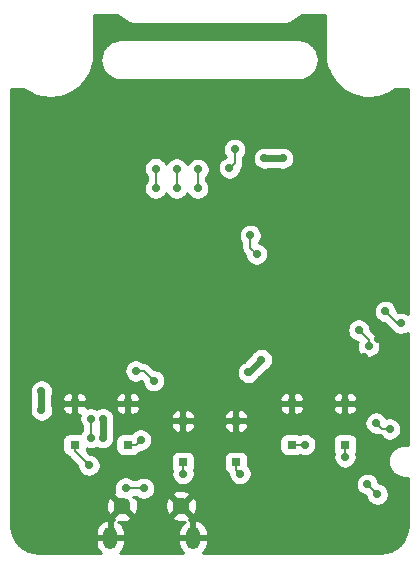
<source format=gbl>
G04 #@! TF.GenerationSoftware,KiCad,Pcbnew,5.1.9*
G04 #@! TF.CreationDate,2021-04-02T18:31:15+02:00*
G04 #@! TF.ProjectId,xling,786c696e-672e-46b6-9963-61645f706362,4.1*
G04 #@! TF.SameCoordinates,Original*
G04 #@! TF.FileFunction,Copper,L2,Bot*
G04 #@! TF.FilePolarity,Positive*
%FSLAX46Y46*%
G04 Gerber Fmt 4.6, Leading zero omitted, Abs format (unit mm)*
G04 Created by KiCad (PCBNEW 5.1.9) date 2021-04-02 18:31:15*
%MOMM*%
%LPD*%
G01*
G04 APERTURE LIST*
G04 #@! TA.AperFunction,SMDPad,CuDef*
%ADD10R,0.800000X0.700000*%
G04 #@! TD*
G04 #@! TA.AperFunction,ComponentPad*
%ADD11O,1.200000X1.900000*%
G04 #@! TD*
G04 #@! TA.AperFunction,ComponentPad*
%ADD12C,1.450000*%
G04 #@! TD*
G04 #@! TA.AperFunction,ViaPad*
%ADD13C,0.700000*%
G04 #@! TD*
G04 #@! TA.AperFunction,Conductor*
%ADD14C,0.600000*%
G04 #@! TD*
G04 #@! TA.AperFunction,Conductor*
%ADD15C,0.200000*%
G04 #@! TD*
G04 #@! TA.AperFunction,Conductor*
%ADD16C,0.254000*%
G04 #@! TD*
G04 #@! TA.AperFunction,Conductor*
%ADD17C,0.100000*%
G04 #@! TD*
G04 APERTURE END LIST*
D10*
X58252800Y-76451400D03*
X62752800Y-76451400D03*
X58252800Y-72951400D03*
X62752800Y-72951400D03*
X71922200Y-74450000D03*
X67422200Y-74450000D03*
X71922200Y-77950000D03*
X67422200Y-77950000D03*
X81142400Y-72951400D03*
X76642400Y-72951400D03*
X81142400Y-76451400D03*
X76642400Y-76451400D03*
D11*
X68282000Y-84347500D03*
X61282000Y-84347500D03*
D12*
X67282000Y-81647500D03*
X62282000Y-81647500D03*
D13*
X72967585Y-70339215D03*
X74076308Y-69255892D03*
X74330000Y-52197000D03*
X75880010Y-52197000D03*
X60629800Y-75856001D03*
X60629800Y-74256000D03*
X84658200Y-61341000D03*
X70408800Y-63042800D03*
X76428600Y-69062600D03*
X75895200Y-62407800D03*
X70739000Y-69291200D03*
X57124600Y-78333600D03*
X62941200Y-62814200D03*
X66370200Y-76581000D03*
X84150200Y-75895200D03*
X85369400Y-50063400D03*
X76708000Y-56489600D03*
X81407000Y-55651400D03*
X81686400Y-53467000D03*
X82753200Y-69011800D03*
X83972400Y-67538600D03*
X81280000Y-61315600D03*
X82042000Y-65252600D03*
X61061600Y-67030600D03*
X64439800Y-47498000D03*
X65836800Y-47498000D03*
X72847200Y-47498000D03*
X79121000Y-51155600D03*
X69392800Y-73380600D03*
X53873400Y-53695600D03*
X79527400Y-80822800D03*
X69316600Y-79400400D03*
X56870600Y-70002400D03*
X55575200Y-63754000D03*
X58064400Y-57556400D03*
X55448200Y-60706000D03*
X62484000Y-71043800D03*
X60629800Y-78994000D03*
X66522600Y-46812200D03*
X67233800Y-47472600D03*
X73533000Y-46812200D03*
X74244200Y-47472600D03*
X74930000Y-46812200D03*
X75641200Y-47472600D03*
X76327000Y-46812200D03*
X59563000Y-52273200D03*
X85521800Y-83350100D03*
X67437000Y-78917800D03*
X72263000Y-78917800D03*
X84937600Y-75133200D03*
X83778756Y-74626808D03*
X55448200Y-73520200D03*
X55448200Y-71920200D03*
X84553500Y-65176035D03*
X85857009Y-66172009D03*
X77749400Y-76454000D03*
X81153000Y-77495400D03*
X59477000Y-78195365D03*
X63863252Y-76054762D03*
X62571400Y-80128705D03*
X64121968Y-80140178D03*
X59639200Y-75856000D03*
X59639200Y-74256000D03*
X83888166Y-80649666D03*
X83039636Y-79801136D03*
X83146160Y-68109360D03*
X82316836Y-66746636D03*
X73124924Y-58716146D03*
X73663160Y-60306770D03*
X66903600Y-54749500D03*
X66903600Y-53111400D03*
X65125600Y-54749500D03*
X65125600Y-53086000D03*
X64963600Y-71043509D03*
X63444035Y-70216801D03*
X71370562Y-53022400D03*
X71805800Y-51435000D03*
X68689177Y-54749500D03*
X68707000Y-53136800D03*
D14*
X72992985Y-70339215D02*
X74076308Y-69255892D01*
D15*
X72967585Y-70339215D02*
X72992985Y-70339215D01*
D14*
X74330000Y-52197000D02*
X75880010Y-52197000D01*
X60629800Y-75856001D02*
X60629800Y-74256000D01*
D15*
X67422200Y-78903000D02*
X67437000Y-78917800D01*
X67422200Y-77950000D02*
X67422200Y-78903000D01*
X71922200Y-78577000D02*
X72263000Y-78917800D01*
X71922200Y-77950000D02*
X71922200Y-78577000D01*
X84285148Y-75133200D02*
X83778756Y-74626808D01*
X84937600Y-75133200D02*
X84285148Y-75133200D01*
D14*
X55448200Y-73520200D02*
X55448200Y-71920200D01*
D15*
X77746800Y-76451400D02*
X77749400Y-76454000D01*
X76642400Y-76451400D02*
X77746800Y-76451400D01*
X81142400Y-77484800D02*
X81153000Y-77495400D01*
X81142400Y-76451400D02*
X81142400Y-77484800D01*
X85549474Y-66172009D02*
X84553500Y-65176035D01*
X85857009Y-66172009D02*
X85549474Y-66172009D01*
X84553500Y-65176035D02*
X85036465Y-65659000D01*
X58252800Y-76451400D02*
X58257401Y-76456001D01*
X58252800Y-76971165D02*
X59477000Y-78195365D01*
X58252800Y-76451400D02*
X58252800Y-76971165D01*
X63466614Y-76451400D02*
X63863252Y-76054762D01*
X62752800Y-76451400D02*
X63466614Y-76451400D01*
X64110495Y-80128705D02*
X64121968Y-80140178D01*
X62571400Y-80128705D02*
X64110495Y-80128705D01*
X59639200Y-75856000D02*
X59639200Y-74256000D01*
X83888166Y-80649666D02*
X83039636Y-79801136D01*
X83146160Y-67575960D02*
X82316836Y-66746636D01*
X83146160Y-68109360D02*
X83146160Y-67575960D01*
X73124924Y-59768534D02*
X73663160Y-60306770D01*
X73124924Y-58716146D02*
X73124924Y-59768534D01*
X66903600Y-54749500D02*
X66916100Y-54749500D01*
X66903600Y-54749500D02*
X66903600Y-53111400D01*
X65125600Y-54749500D02*
X65125600Y-53086000D01*
X64963309Y-71043800D02*
X64963600Y-71043509D01*
X64136892Y-70216801D02*
X64963600Y-71043509D01*
X63444035Y-70216801D02*
X64136892Y-70216801D01*
X71805800Y-52587162D02*
X71370562Y-53022400D01*
X71805800Y-51435000D02*
X71805800Y-52587162D01*
X68689177Y-53154623D02*
X68707000Y-53136800D01*
X68689177Y-54749500D02*
X68689177Y-53154623D01*
D16*
X62907501Y-40724451D02*
X62921680Y-40736087D01*
X62969459Y-40761625D01*
X62984805Y-40770833D01*
X63001286Y-40778637D01*
X63049367Y-40804337D01*
X63066596Y-40809563D01*
X63082869Y-40817269D01*
X63135743Y-40830539D01*
X63187915Y-40846365D01*
X63205836Y-40848130D01*
X63223296Y-40852512D01*
X63277740Y-40855212D01*
X63295895Y-40857000D01*
X63313798Y-40857000D01*
X63367901Y-40859683D01*
X63386045Y-40857000D01*
X75977955Y-40857000D01*
X75996099Y-40859683D01*
X76050202Y-40857000D01*
X76068105Y-40857000D01*
X76086261Y-40855212D01*
X76140703Y-40852512D01*
X76158162Y-40848130D01*
X76176085Y-40846365D01*
X76228274Y-40830534D01*
X76281130Y-40817268D01*
X76297396Y-40809566D01*
X76314633Y-40804337D01*
X76362725Y-40778632D01*
X76379194Y-40770833D01*
X76394533Y-40761630D01*
X76442320Y-40736087D01*
X76456501Y-40724449D01*
X77505584Y-40095000D01*
X79447001Y-40095000D01*
X79447000Y-43396104D01*
X79449653Y-43423042D01*
X79481430Y-43854031D01*
X79491281Y-43910965D01*
X79498958Y-43968244D01*
X79501377Y-43978217D01*
X79643354Y-44546239D01*
X79665746Y-44609007D01*
X79687243Y-44672033D01*
X79691549Y-44681337D01*
X79691552Y-44681346D01*
X79691557Y-44681354D01*
X79941156Y-45210975D01*
X79975315Y-45268200D01*
X80008642Y-45325847D01*
X80014678Y-45334146D01*
X80362400Y-45805206D01*
X80407014Y-45854696D01*
X80450913Y-45904783D01*
X80458447Y-45911752D01*
X80891042Y-46306301D01*
X80944438Y-46346198D01*
X80997211Y-46386789D01*
X81005954Y-46392162D01*
X81506945Y-46695172D01*
X81567087Y-46723944D01*
X81626726Y-46753505D01*
X81636346Y-46757077D01*
X82186652Y-46957007D01*
X82251231Y-46973548D01*
X82315481Y-46990964D01*
X82325613Y-46992600D01*
X82904270Y-47081834D01*
X82970830Y-47085516D01*
X83037241Y-47090121D01*
X83047497Y-47089757D01*
X83632467Y-47064897D01*
X83698432Y-47055587D01*
X83764518Y-47047199D01*
X83774508Y-47044850D01*
X84343508Y-46906841D01*
X84406434Y-46884886D01*
X84469604Y-46863831D01*
X84478947Y-46859587D01*
X85010304Y-46613688D01*
X85067776Y-46579924D01*
X85125645Y-46547005D01*
X85133986Y-46541027D01*
X85412873Y-46338154D01*
X86447000Y-46342159D01*
X86447001Y-65381580D01*
X86323581Y-65299113D01*
X86144323Y-65224862D01*
X85954023Y-65187009D01*
X85759995Y-65187009D01*
X85629815Y-65212903D01*
X85538500Y-65121589D01*
X85538500Y-65079021D01*
X85500647Y-64888721D01*
X85426396Y-64709463D01*
X85318599Y-64548134D01*
X85181401Y-64410936D01*
X85020072Y-64303139D01*
X84840814Y-64228888D01*
X84650514Y-64191035D01*
X84456486Y-64191035D01*
X84266186Y-64228888D01*
X84086928Y-64303139D01*
X83925599Y-64410936D01*
X83788401Y-64548134D01*
X83680604Y-64709463D01*
X83606353Y-64888721D01*
X83568500Y-65079021D01*
X83568500Y-65273049D01*
X83606353Y-65463349D01*
X83680604Y-65642607D01*
X83788401Y-65803936D01*
X83925599Y-65941134D01*
X84086928Y-66048931D01*
X84266186Y-66123182D01*
X84456486Y-66161035D01*
X84499054Y-66161035D01*
X84999244Y-66661226D01*
X85091910Y-66799910D01*
X85229108Y-66937108D01*
X85390437Y-67044905D01*
X85569695Y-67119156D01*
X85759995Y-67157009D01*
X85954023Y-67157009D01*
X86144323Y-67119156D01*
X86323581Y-67044905D01*
X86447001Y-66962438D01*
X86447001Y-76465000D01*
X86202482Y-76465000D01*
X86177670Y-76464835D01*
X86175864Y-76465000D01*
X86163895Y-76465000D01*
X86130115Y-76468327D01*
X86101056Y-76468327D01*
X86090850Y-76469400D01*
X85962795Y-76483764D01*
X85897600Y-76497622D01*
X85832291Y-76510553D01*
X85822488Y-76513587D01*
X85822487Y-76513587D01*
X85822484Y-76513588D01*
X85822482Y-76513589D01*
X85699662Y-76552549D01*
X85638390Y-76578810D01*
X85576839Y-76604180D01*
X85567812Y-76609060D01*
X85454893Y-76671138D01*
X85399873Y-76708811D01*
X85344440Y-76745641D01*
X85336532Y-76752182D01*
X85237823Y-76835010D01*
X85191233Y-76882587D01*
X85143946Y-76929545D01*
X85137459Y-76937498D01*
X85056717Y-77037921D01*
X85020216Y-77093701D01*
X84982992Y-77148887D01*
X84978173Y-77157948D01*
X84918473Y-77272142D01*
X84893515Y-77333915D01*
X84867701Y-77395325D01*
X84864734Y-77405150D01*
X84828353Y-77528764D01*
X84815867Y-77594222D01*
X84802477Y-77659452D01*
X84801475Y-77669666D01*
X84789796Y-77797992D01*
X84790261Y-77864640D01*
X84789796Y-77931222D01*
X84790797Y-77941436D01*
X84804266Y-78069588D01*
X84817669Y-78134882D01*
X84830145Y-78200282D01*
X84833110Y-78210107D01*
X84871215Y-78333201D01*
X84897043Y-78394645D01*
X84921986Y-78456379D01*
X84926803Y-78465441D01*
X84988091Y-78578789D01*
X85025348Y-78634025D01*
X85061818Y-78689757D01*
X85068304Y-78697709D01*
X85150441Y-78796996D01*
X85197714Y-78843940D01*
X85244322Y-78891535D01*
X85252223Y-78898071D01*
X85252226Y-78898074D01*
X85252229Y-78898076D01*
X85352086Y-78979517D01*
X85407592Y-79016395D01*
X85462536Y-79054016D01*
X85471563Y-79058898D01*
X85585337Y-79119393D01*
X85646941Y-79144784D01*
X85708158Y-79171022D01*
X85717962Y-79174057D01*
X85841320Y-79211301D01*
X85906716Y-79224250D01*
X85971830Y-79238090D01*
X85982032Y-79239163D01*
X85982036Y-79239163D01*
X86110130Y-79251723D01*
X86145895Y-79255245D01*
X86447000Y-79255245D01*
X86447001Y-83324043D01*
X86400406Y-83799255D01*
X86272838Y-84221781D01*
X86065631Y-84611482D01*
X85786676Y-84953513D01*
X85446601Y-85234849D01*
X85058356Y-85444771D01*
X84636737Y-85575285D01*
X84163726Y-85625000D01*
X69101359Y-85625000D01*
X69238307Y-85489225D01*
X69374390Y-85287446D01*
X69468493Y-85062996D01*
X69517000Y-84824500D01*
X69517000Y-84474500D01*
X68409000Y-84474500D01*
X68409000Y-84494500D01*
X68155000Y-84494500D01*
X68155000Y-84474500D01*
X67047000Y-84474500D01*
X67047000Y-84824500D01*
X67095507Y-85062996D01*
X67189610Y-85287446D01*
X67325693Y-85489225D01*
X67462641Y-85625000D01*
X62101359Y-85625000D01*
X62238307Y-85489225D01*
X62374390Y-85287446D01*
X62468493Y-85062996D01*
X62517000Y-84824500D01*
X62517000Y-84474500D01*
X61409000Y-84474500D01*
X61409000Y-84494500D01*
X61155000Y-84494500D01*
X61155000Y-84474500D01*
X60047000Y-84474500D01*
X60047000Y-84824500D01*
X60095507Y-85062996D01*
X60189610Y-85287446D01*
X60325693Y-85489225D01*
X60462641Y-85625000D01*
X55217947Y-85625000D01*
X54742745Y-85578406D01*
X54320219Y-85450838D01*
X53930518Y-85243631D01*
X53588487Y-84964676D01*
X53307151Y-84624601D01*
X53097229Y-84236356D01*
X52983977Y-83870500D01*
X60047000Y-83870500D01*
X60047000Y-84220500D01*
X61155000Y-84220500D01*
X61155000Y-82928769D01*
X61409000Y-82928769D01*
X61409000Y-84220500D01*
X62517000Y-84220500D01*
X62517000Y-83870500D01*
X62468493Y-83632004D01*
X62374390Y-83407554D01*
X62238307Y-83205775D01*
X62065474Y-83034422D01*
X61970164Y-82971329D01*
X62087849Y-83000219D01*
X62355482Y-83012104D01*
X62620291Y-82971548D01*
X62872100Y-82880109D01*
X62979035Y-82822950D01*
X63041528Y-82586633D01*
X66522472Y-82586633D01*
X66584965Y-82822950D01*
X66827678Y-82936350D01*
X67087849Y-83000219D01*
X67355482Y-83012104D01*
X67585442Y-82976885D01*
X67498526Y-83034422D01*
X67325693Y-83205775D01*
X67189610Y-83407554D01*
X67095507Y-83632004D01*
X67047000Y-83870500D01*
X67047000Y-84220500D01*
X68155000Y-84220500D01*
X68155000Y-82928769D01*
X68409000Y-82928769D01*
X68409000Y-84220500D01*
X69517000Y-84220500D01*
X69517000Y-83870500D01*
X69468493Y-83632004D01*
X69374390Y-83407554D01*
X69238307Y-83205775D01*
X69065474Y-83034422D01*
X68862533Y-82900079D01*
X68637282Y-82807909D01*
X68599609Y-82804038D01*
X68409000Y-82928769D01*
X68155000Y-82928769D01*
X67981138Y-82814997D01*
X68041528Y-82586633D01*
X67282000Y-81827105D01*
X66522472Y-82586633D01*
X63041528Y-82586633D01*
X62282000Y-81827105D01*
X61522472Y-82586633D01*
X61582862Y-82814997D01*
X61409000Y-82928769D01*
X61155000Y-82928769D01*
X60964391Y-82804038D01*
X60926718Y-82807909D01*
X60701467Y-82900079D01*
X60498526Y-83034422D01*
X60325693Y-83205775D01*
X60189610Y-83407554D01*
X60095507Y-83632004D01*
X60047000Y-83870500D01*
X52983977Y-83870500D01*
X52966715Y-83814737D01*
X52917000Y-83341726D01*
X52917000Y-81720982D01*
X60917396Y-81720982D01*
X60957952Y-81985791D01*
X61049391Y-82237600D01*
X61106550Y-82344535D01*
X61342867Y-82407028D01*
X62102395Y-81647500D01*
X61342867Y-80887972D01*
X61106550Y-80950465D01*
X60993150Y-81193178D01*
X60929281Y-81453349D01*
X60917396Y-81720982D01*
X52917000Y-81720982D01*
X52917000Y-80708367D01*
X61522472Y-80708367D01*
X62282000Y-81467895D01*
X62296143Y-81453753D01*
X62475748Y-81633358D01*
X62461605Y-81647500D01*
X63221133Y-82407028D01*
X63457450Y-82344535D01*
X63570850Y-82101822D01*
X63634719Y-81841651D01*
X63640077Y-81720982D01*
X65917396Y-81720982D01*
X65957952Y-81985791D01*
X66049391Y-82237600D01*
X66106550Y-82344535D01*
X66342867Y-82407028D01*
X67102395Y-81647500D01*
X67461605Y-81647500D01*
X68221133Y-82407028D01*
X68457450Y-82344535D01*
X68570850Y-82101822D01*
X68634719Y-81841651D01*
X68646604Y-81574018D01*
X68606048Y-81309209D01*
X68514609Y-81057400D01*
X68457450Y-80950465D01*
X68221133Y-80887972D01*
X67461605Y-81647500D01*
X67102395Y-81647500D01*
X66342867Y-80887972D01*
X66106550Y-80950465D01*
X65993150Y-81193178D01*
X65929281Y-81453349D01*
X65917396Y-81720982D01*
X63640077Y-81720982D01*
X63646604Y-81574018D01*
X63606048Y-81309209D01*
X63514609Y-81057400D01*
X63457450Y-80950465D01*
X63221135Y-80887973D01*
X63245403Y-80863705D01*
X63452495Y-80863705D01*
X63494067Y-80905277D01*
X63655396Y-81013074D01*
X63834654Y-81087325D01*
X64024954Y-81125178D01*
X64218982Y-81125178D01*
X64409282Y-81087325D01*
X64588540Y-81013074D01*
X64749869Y-80905277D01*
X64887067Y-80768079D01*
X64926965Y-80708367D01*
X66522472Y-80708367D01*
X67282000Y-81467895D01*
X68041528Y-80708367D01*
X67979035Y-80472050D01*
X67736322Y-80358650D01*
X67476151Y-80294781D01*
X67208518Y-80282896D01*
X66943709Y-80323452D01*
X66691900Y-80414891D01*
X66584965Y-80472050D01*
X66522472Y-80708367D01*
X64926965Y-80708367D01*
X64994864Y-80606750D01*
X65069115Y-80427492D01*
X65106968Y-80237192D01*
X65106968Y-80043164D01*
X65069115Y-79852864D01*
X64994864Y-79673606D01*
X64887067Y-79512277D01*
X64749869Y-79375079D01*
X64588540Y-79267282D01*
X64409282Y-79193031D01*
X64218982Y-79155178D01*
X64024954Y-79155178D01*
X63834654Y-79193031D01*
X63655396Y-79267282D01*
X63494067Y-79375079D01*
X63475441Y-79393705D01*
X63229400Y-79393705D01*
X63199301Y-79363606D01*
X63037972Y-79255809D01*
X62858714Y-79181558D01*
X62668414Y-79143705D01*
X62474386Y-79143705D01*
X62284086Y-79181558D01*
X62104828Y-79255809D01*
X61943499Y-79363606D01*
X61806301Y-79500804D01*
X61698504Y-79662133D01*
X61624253Y-79841391D01*
X61586400Y-80031691D01*
X61586400Y-80225719D01*
X61624253Y-80416019D01*
X61636133Y-80444700D01*
X61584965Y-80472050D01*
X61522472Y-80708367D01*
X52917000Y-80708367D01*
X52917000Y-76101400D01*
X57214728Y-76101400D01*
X57214728Y-76801400D01*
X57226988Y-76925882D01*
X57263298Y-77045580D01*
X57322263Y-77155894D01*
X57401615Y-77252585D01*
X57498306Y-77331937D01*
X57608620Y-77390902D01*
X57658978Y-77406178D01*
X57730563Y-77493403D01*
X57758608Y-77516419D01*
X58492000Y-78249812D01*
X58492000Y-78292379D01*
X58529853Y-78482679D01*
X58604104Y-78661937D01*
X58711901Y-78823266D01*
X58849099Y-78960464D01*
X59010428Y-79068261D01*
X59189686Y-79142512D01*
X59379986Y-79180365D01*
X59574014Y-79180365D01*
X59764314Y-79142512D01*
X59943572Y-79068261D01*
X60104901Y-78960464D01*
X60242099Y-78823266D01*
X60349896Y-78661937D01*
X60424147Y-78482679D01*
X60462000Y-78292379D01*
X60462000Y-78098351D01*
X60424147Y-77908051D01*
X60349896Y-77728793D01*
X60263839Y-77600000D01*
X66384128Y-77600000D01*
X66384128Y-78300000D01*
X66396388Y-78424482D01*
X66432698Y-78544180D01*
X66486864Y-78645515D01*
X66452000Y-78820786D01*
X66452000Y-79014814D01*
X66489853Y-79205114D01*
X66564104Y-79384372D01*
X66671901Y-79545701D01*
X66809099Y-79682899D01*
X66970428Y-79790696D01*
X67149686Y-79864947D01*
X67339986Y-79902800D01*
X67534014Y-79902800D01*
X67724314Y-79864947D01*
X67903572Y-79790696D01*
X68064901Y-79682899D01*
X68202099Y-79545701D01*
X68309896Y-79384372D01*
X68384147Y-79205114D01*
X68422000Y-79014814D01*
X68422000Y-78820786D01*
X68384147Y-78630486D01*
X68376036Y-78610905D01*
X68411702Y-78544180D01*
X68448012Y-78424482D01*
X68460272Y-78300000D01*
X68460272Y-77600000D01*
X70884128Y-77600000D01*
X70884128Y-78300000D01*
X70896388Y-78424482D01*
X70932698Y-78544180D01*
X70991663Y-78654494D01*
X71071015Y-78751185D01*
X71167706Y-78830537D01*
X71246952Y-78872896D01*
X71278000Y-78930981D01*
X71278000Y-79014814D01*
X71315853Y-79205114D01*
X71390104Y-79384372D01*
X71497901Y-79545701D01*
X71635099Y-79682899D01*
X71796428Y-79790696D01*
X71975686Y-79864947D01*
X72165986Y-79902800D01*
X72360014Y-79902800D01*
X72550314Y-79864947D01*
X72729572Y-79790696D01*
X72859138Y-79704122D01*
X82054636Y-79704122D01*
X82054636Y-79898150D01*
X82092489Y-80088450D01*
X82166740Y-80267708D01*
X82274537Y-80429037D01*
X82411735Y-80566235D01*
X82573064Y-80674032D01*
X82752322Y-80748283D01*
X82909712Y-80779590D01*
X82941019Y-80936980D01*
X83015270Y-81116238D01*
X83123067Y-81277567D01*
X83260265Y-81414765D01*
X83421594Y-81522562D01*
X83600852Y-81596813D01*
X83791152Y-81634666D01*
X83985180Y-81634666D01*
X84175480Y-81596813D01*
X84354738Y-81522562D01*
X84516067Y-81414765D01*
X84653265Y-81277567D01*
X84761062Y-81116238D01*
X84835313Y-80936980D01*
X84873166Y-80746680D01*
X84873166Y-80552652D01*
X84835313Y-80362352D01*
X84761062Y-80183094D01*
X84653265Y-80021765D01*
X84516067Y-79884567D01*
X84354738Y-79776770D01*
X84175480Y-79702519D01*
X84018090Y-79671212D01*
X83986783Y-79513822D01*
X83912532Y-79334564D01*
X83804735Y-79173235D01*
X83667537Y-79036037D01*
X83506208Y-78928240D01*
X83326950Y-78853989D01*
X83136650Y-78816136D01*
X82942622Y-78816136D01*
X82752322Y-78853989D01*
X82573064Y-78928240D01*
X82411735Y-79036037D01*
X82274537Y-79173235D01*
X82166740Y-79334564D01*
X82092489Y-79513822D01*
X82054636Y-79704122D01*
X72859138Y-79704122D01*
X72890901Y-79682899D01*
X73028099Y-79545701D01*
X73135896Y-79384372D01*
X73210147Y-79205114D01*
X73248000Y-79014814D01*
X73248000Y-78820786D01*
X73210147Y-78630486D01*
X73135896Y-78451228D01*
X73028099Y-78289899D01*
X72960272Y-78222072D01*
X72960272Y-77600000D01*
X72948012Y-77475518D01*
X72911702Y-77355820D01*
X72852737Y-77245506D01*
X72773385Y-77148815D01*
X72676694Y-77069463D01*
X72566380Y-77010498D01*
X72446682Y-76974188D01*
X72322200Y-76961928D01*
X71522200Y-76961928D01*
X71397718Y-76974188D01*
X71278020Y-77010498D01*
X71167706Y-77069463D01*
X71071015Y-77148815D01*
X70991663Y-77245506D01*
X70932698Y-77355820D01*
X70896388Y-77475518D01*
X70884128Y-77600000D01*
X68460272Y-77600000D01*
X68448012Y-77475518D01*
X68411702Y-77355820D01*
X68352737Y-77245506D01*
X68273385Y-77148815D01*
X68176694Y-77069463D01*
X68066380Y-77010498D01*
X67946682Y-76974188D01*
X67822200Y-76961928D01*
X67022200Y-76961928D01*
X66897718Y-76974188D01*
X66778020Y-77010498D01*
X66667706Y-77069463D01*
X66571015Y-77148815D01*
X66491663Y-77245506D01*
X66432698Y-77355820D01*
X66396388Y-77475518D01*
X66384128Y-77600000D01*
X60263839Y-77600000D01*
X60242099Y-77567464D01*
X60104901Y-77430266D01*
X59943572Y-77322469D01*
X59764314Y-77248218D01*
X59574014Y-77210365D01*
X59531447Y-77210365D01*
X59271246Y-76950165D01*
X59278612Y-76925882D01*
X59290872Y-76801400D01*
X59290872Y-76777874D01*
X59351886Y-76803147D01*
X59542186Y-76841000D01*
X59736214Y-76841000D01*
X59926514Y-76803147D01*
X60105772Y-76728896D01*
X60134499Y-76709701D01*
X60163228Y-76728897D01*
X60342486Y-76803148D01*
X60532786Y-76841001D01*
X60726814Y-76841001D01*
X60917114Y-76803148D01*
X61096372Y-76728897D01*
X61257701Y-76621100D01*
X61394899Y-76483902D01*
X61502696Y-76322573D01*
X61576947Y-76143315D01*
X61585284Y-76101400D01*
X61714728Y-76101400D01*
X61714728Y-76801400D01*
X61726988Y-76925882D01*
X61763298Y-77045580D01*
X61822263Y-77155894D01*
X61901615Y-77252585D01*
X61998306Y-77331937D01*
X62108620Y-77390902D01*
X62228318Y-77427212D01*
X62352800Y-77439472D01*
X63152800Y-77439472D01*
X63277282Y-77427212D01*
X63396980Y-77390902D01*
X63507294Y-77331937D01*
X63603985Y-77252585D01*
X63683337Y-77155894D01*
X63684717Y-77153312D01*
X63749247Y-77133737D01*
X63876934Y-77065487D01*
X63908280Y-77039762D01*
X63960266Y-77039762D01*
X64150566Y-77001909D01*
X64329824Y-76927658D01*
X64491153Y-76819861D01*
X64628351Y-76682663D01*
X64736148Y-76521334D01*
X64810399Y-76342076D01*
X64848252Y-76151776D01*
X64848252Y-76101400D01*
X75604328Y-76101400D01*
X75604328Y-76801400D01*
X75616588Y-76925882D01*
X75652898Y-77045580D01*
X75711863Y-77155894D01*
X75791215Y-77252585D01*
X75887906Y-77331937D01*
X75998220Y-77390902D01*
X76117918Y-77427212D01*
X76242400Y-77439472D01*
X77042400Y-77439472D01*
X77166882Y-77427212D01*
X77286580Y-77390902D01*
X77352407Y-77355716D01*
X77462086Y-77401147D01*
X77652386Y-77439000D01*
X77846414Y-77439000D01*
X78036714Y-77401147D01*
X78215972Y-77326896D01*
X78377301Y-77219099D01*
X78514499Y-77081901D01*
X78622296Y-76920572D01*
X78696547Y-76741314D01*
X78734400Y-76551014D01*
X78734400Y-76356986D01*
X78696547Y-76166686D01*
X78669505Y-76101400D01*
X80104328Y-76101400D01*
X80104328Y-76801400D01*
X80116588Y-76925882D01*
X80152898Y-77045580D01*
X80211863Y-77155894D01*
X80222236Y-77168534D01*
X80205853Y-77208086D01*
X80168000Y-77398386D01*
X80168000Y-77592414D01*
X80205853Y-77782714D01*
X80280104Y-77961972D01*
X80387901Y-78123301D01*
X80525099Y-78260499D01*
X80686428Y-78368296D01*
X80865686Y-78442547D01*
X81055986Y-78480400D01*
X81250014Y-78480400D01*
X81440314Y-78442547D01*
X81619572Y-78368296D01*
X81780901Y-78260499D01*
X81918099Y-78123301D01*
X82025896Y-77961972D01*
X82100147Y-77782714D01*
X82138000Y-77592414D01*
X82138000Y-77398386D01*
X82100147Y-77208086D01*
X82076087Y-77150000D01*
X82131902Y-77045580D01*
X82168212Y-76925882D01*
X82180472Y-76801400D01*
X82180472Y-76101400D01*
X82168212Y-75976918D01*
X82131902Y-75857220D01*
X82072937Y-75746906D01*
X81993585Y-75650215D01*
X81896894Y-75570863D01*
X81786580Y-75511898D01*
X81666882Y-75475588D01*
X81542400Y-75463328D01*
X80742400Y-75463328D01*
X80617918Y-75475588D01*
X80498220Y-75511898D01*
X80387906Y-75570863D01*
X80291215Y-75650215D01*
X80211863Y-75746906D01*
X80152898Y-75857220D01*
X80116588Y-75976918D01*
X80104328Y-76101400D01*
X78669505Y-76101400D01*
X78622296Y-75987428D01*
X78514499Y-75826099D01*
X78377301Y-75688901D01*
X78215972Y-75581104D01*
X78036714Y-75506853D01*
X77846414Y-75469000D01*
X77652386Y-75469000D01*
X77462086Y-75506853D01*
X77357888Y-75550013D01*
X77286580Y-75511898D01*
X77166882Y-75475588D01*
X77042400Y-75463328D01*
X76242400Y-75463328D01*
X76117918Y-75475588D01*
X75998220Y-75511898D01*
X75887906Y-75570863D01*
X75791215Y-75650215D01*
X75711863Y-75746906D01*
X75652898Y-75857220D01*
X75616588Y-75976918D01*
X75604328Y-76101400D01*
X64848252Y-76101400D01*
X64848252Y-75957748D01*
X64810399Y-75767448D01*
X64736148Y-75588190D01*
X64628351Y-75426861D01*
X64491153Y-75289663D01*
X64329824Y-75181866D01*
X64150566Y-75107615D01*
X63960266Y-75069762D01*
X63766238Y-75069762D01*
X63575938Y-75107615D01*
X63396680Y-75181866D01*
X63235351Y-75289663D01*
X63098153Y-75426861D01*
X63073786Y-75463328D01*
X62352800Y-75463328D01*
X62228318Y-75475588D01*
X62108620Y-75511898D01*
X61998306Y-75570863D01*
X61901615Y-75650215D01*
X61822263Y-75746906D01*
X61763298Y-75857220D01*
X61726988Y-75976918D01*
X61714728Y-76101400D01*
X61585284Y-76101400D01*
X61614800Y-75953015D01*
X61614800Y-75758987D01*
X61576947Y-75568687D01*
X61564800Y-75539362D01*
X61564800Y-74800000D01*
X66384128Y-74800000D01*
X66396388Y-74924482D01*
X66432698Y-75044180D01*
X66491663Y-75154494D01*
X66571015Y-75251185D01*
X66667706Y-75330537D01*
X66778020Y-75389502D01*
X66897718Y-75425812D01*
X67022200Y-75438072D01*
X67136450Y-75435000D01*
X67295200Y-75276250D01*
X67295200Y-74577000D01*
X67549200Y-74577000D01*
X67549200Y-75276250D01*
X67707950Y-75435000D01*
X67822200Y-75438072D01*
X67946682Y-75425812D01*
X68066380Y-75389502D01*
X68176694Y-75330537D01*
X68273385Y-75251185D01*
X68352737Y-75154494D01*
X68411702Y-75044180D01*
X68448012Y-74924482D01*
X68460272Y-74800000D01*
X70884128Y-74800000D01*
X70896388Y-74924482D01*
X70932698Y-75044180D01*
X70991663Y-75154494D01*
X71071015Y-75251185D01*
X71167706Y-75330537D01*
X71278020Y-75389502D01*
X71397718Y-75425812D01*
X71522200Y-75438072D01*
X71636450Y-75435000D01*
X71795200Y-75276250D01*
X71795200Y-74577000D01*
X72049200Y-74577000D01*
X72049200Y-75276250D01*
X72207950Y-75435000D01*
X72322200Y-75438072D01*
X72446682Y-75425812D01*
X72566380Y-75389502D01*
X72676694Y-75330537D01*
X72773385Y-75251185D01*
X72852737Y-75154494D01*
X72911702Y-75044180D01*
X72948012Y-74924482D01*
X72960272Y-74800000D01*
X72957200Y-74735750D01*
X72798450Y-74577000D01*
X72049200Y-74577000D01*
X71795200Y-74577000D01*
X71045950Y-74577000D01*
X70887200Y-74735750D01*
X70884128Y-74800000D01*
X68460272Y-74800000D01*
X68457200Y-74735750D01*
X68298450Y-74577000D01*
X67549200Y-74577000D01*
X67295200Y-74577000D01*
X66545950Y-74577000D01*
X66387200Y-74735750D01*
X66384128Y-74800000D01*
X61564800Y-74800000D01*
X61564800Y-74572639D01*
X61576947Y-74543314D01*
X61579636Y-74529794D01*
X82793756Y-74529794D01*
X82793756Y-74723822D01*
X82831609Y-74914122D01*
X82905860Y-75093380D01*
X83013657Y-75254709D01*
X83150855Y-75391907D01*
X83312184Y-75499704D01*
X83491442Y-75573955D01*
X83681742Y-75611808D01*
X83724309Y-75611808D01*
X83739894Y-75627392D01*
X83762910Y-75655438D01*
X83874828Y-75747287D01*
X84002515Y-75815537D01*
X84141063Y-75857565D01*
X84249043Y-75868200D01*
X84249052Y-75868200D01*
X84282937Y-75871537D01*
X84309699Y-75898299D01*
X84471028Y-76006096D01*
X84650286Y-76080347D01*
X84840586Y-76118200D01*
X85034614Y-76118200D01*
X85224914Y-76080347D01*
X85404172Y-76006096D01*
X85565501Y-75898299D01*
X85702699Y-75761101D01*
X85810496Y-75599772D01*
X85884747Y-75420514D01*
X85922600Y-75230214D01*
X85922600Y-75036186D01*
X85884747Y-74845886D01*
X85810496Y-74666628D01*
X85702699Y-74505299D01*
X85565501Y-74368101D01*
X85404172Y-74260304D01*
X85224914Y-74186053D01*
X85034614Y-74148200D01*
X84840586Y-74148200D01*
X84661428Y-74183837D01*
X84651652Y-74160236D01*
X84543855Y-73998907D01*
X84406657Y-73861709D01*
X84245328Y-73753912D01*
X84066070Y-73679661D01*
X83875770Y-73641808D01*
X83681742Y-73641808D01*
X83491442Y-73679661D01*
X83312184Y-73753912D01*
X83150855Y-73861709D01*
X83013657Y-73998907D01*
X82905860Y-74160236D01*
X82831609Y-74339494D01*
X82793756Y-74529794D01*
X61579636Y-74529794D01*
X61614800Y-74353014D01*
X61614800Y-74158986D01*
X61603067Y-74100000D01*
X66384128Y-74100000D01*
X66387200Y-74164250D01*
X66545950Y-74323000D01*
X67295200Y-74323000D01*
X67295200Y-73623750D01*
X67549200Y-73623750D01*
X67549200Y-74323000D01*
X68298450Y-74323000D01*
X68457200Y-74164250D01*
X68460272Y-74100000D01*
X70884128Y-74100000D01*
X70887200Y-74164250D01*
X71045950Y-74323000D01*
X71795200Y-74323000D01*
X71795200Y-73623750D01*
X72049200Y-73623750D01*
X72049200Y-74323000D01*
X72798450Y-74323000D01*
X72957200Y-74164250D01*
X72960272Y-74100000D01*
X72948012Y-73975518D01*
X72911702Y-73855820D01*
X72852737Y-73745506D01*
X72773385Y-73648815D01*
X72676694Y-73569463D01*
X72566380Y-73510498D01*
X72446682Y-73474188D01*
X72322200Y-73461928D01*
X72207950Y-73465000D01*
X72049200Y-73623750D01*
X71795200Y-73623750D01*
X71636450Y-73465000D01*
X71522200Y-73461928D01*
X71397718Y-73474188D01*
X71278020Y-73510498D01*
X71167706Y-73569463D01*
X71071015Y-73648815D01*
X70991663Y-73745506D01*
X70932698Y-73855820D01*
X70896388Y-73975518D01*
X70884128Y-74100000D01*
X68460272Y-74100000D01*
X68448012Y-73975518D01*
X68411702Y-73855820D01*
X68352737Y-73745506D01*
X68273385Y-73648815D01*
X68176694Y-73569463D01*
X68066380Y-73510498D01*
X67946682Y-73474188D01*
X67822200Y-73461928D01*
X67707950Y-73465000D01*
X67549200Y-73623750D01*
X67295200Y-73623750D01*
X67136450Y-73465000D01*
X67022200Y-73461928D01*
X66897718Y-73474188D01*
X66778020Y-73510498D01*
X66667706Y-73569463D01*
X66571015Y-73648815D01*
X66491663Y-73745506D01*
X66432698Y-73855820D01*
X66396388Y-73975518D01*
X66384128Y-74100000D01*
X61603067Y-74100000D01*
X61576947Y-73968686D01*
X61502696Y-73789428D01*
X61394899Y-73628099D01*
X61257701Y-73490901D01*
X61096372Y-73383104D01*
X60917114Y-73308853D01*
X60879646Y-73301400D01*
X61714728Y-73301400D01*
X61726988Y-73425882D01*
X61763298Y-73545580D01*
X61822263Y-73655894D01*
X61901615Y-73752585D01*
X61998306Y-73831937D01*
X62108620Y-73890902D01*
X62228318Y-73927212D01*
X62352800Y-73939472D01*
X62467050Y-73936400D01*
X62625800Y-73777650D01*
X62625800Y-73078400D01*
X62879800Y-73078400D01*
X62879800Y-73777650D01*
X63038550Y-73936400D01*
X63152800Y-73939472D01*
X63277282Y-73927212D01*
X63396980Y-73890902D01*
X63507294Y-73831937D01*
X63603985Y-73752585D01*
X63683337Y-73655894D01*
X63742302Y-73545580D01*
X63778612Y-73425882D01*
X63790872Y-73301400D01*
X75604328Y-73301400D01*
X75616588Y-73425882D01*
X75652898Y-73545580D01*
X75711863Y-73655894D01*
X75791215Y-73752585D01*
X75887906Y-73831937D01*
X75998220Y-73890902D01*
X76117918Y-73927212D01*
X76242400Y-73939472D01*
X76356650Y-73936400D01*
X76515400Y-73777650D01*
X76515400Y-73078400D01*
X76769400Y-73078400D01*
X76769400Y-73777650D01*
X76928150Y-73936400D01*
X77042400Y-73939472D01*
X77166882Y-73927212D01*
X77286580Y-73890902D01*
X77396894Y-73831937D01*
X77493585Y-73752585D01*
X77572937Y-73655894D01*
X77631902Y-73545580D01*
X77668212Y-73425882D01*
X77680472Y-73301400D01*
X80104328Y-73301400D01*
X80116588Y-73425882D01*
X80152898Y-73545580D01*
X80211863Y-73655894D01*
X80291215Y-73752585D01*
X80387906Y-73831937D01*
X80498220Y-73890902D01*
X80617918Y-73927212D01*
X80742400Y-73939472D01*
X80856650Y-73936400D01*
X81015400Y-73777650D01*
X81015400Y-73078400D01*
X81269400Y-73078400D01*
X81269400Y-73777650D01*
X81428150Y-73936400D01*
X81542400Y-73939472D01*
X81666882Y-73927212D01*
X81786580Y-73890902D01*
X81896894Y-73831937D01*
X81993585Y-73752585D01*
X82072937Y-73655894D01*
X82131902Y-73545580D01*
X82168212Y-73425882D01*
X82180472Y-73301400D01*
X82177400Y-73237150D01*
X82018650Y-73078400D01*
X81269400Y-73078400D01*
X81015400Y-73078400D01*
X80266150Y-73078400D01*
X80107400Y-73237150D01*
X80104328Y-73301400D01*
X77680472Y-73301400D01*
X77677400Y-73237150D01*
X77518650Y-73078400D01*
X76769400Y-73078400D01*
X76515400Y-73078400D01*
X75766150Y-73078400D01*
X75607400Y-73237150D01*
X75604328Y-73301400D01*
X63790872Y-73301400D01*
X63787800Y-73237150D01*
X63629050Y-73078400D01*
X62879800Y-73078400D01*
X62625800Y-73078400D01*
X61876550Y-73078400D01*
X61717800Y-73237150D01*
X61714728Y-73301400D01*
X60879646Y-73301400D01*
X60726814Y-73271000D01*
X60532786Y-73271000D01*
X60342486Y-73308853D01*
X60163228Y-73383104D01*
X60134500Y-73402300D01*
X60105772Y-73383104D01*
X59926514Y-73308853D01*
X59736214Y-73271000D01*
X59542186Y-73271000D01*
X59351886Y-73308853D01*
X59287512Y-73335518D01*
X59290872Y-73301400D01*
X59287800Y-73237150D01*
X59129050Y-73078400D01*
X58379800Y-73078400D01*
X58379800Y-73777650D01*
X58538550Y-73936400D01*
X58652800Y-73939472D01*
X58706338Y-73934199D01*
X58692053Y-73968686D01*
X58654200Y-74158986D01*
X58654200Y-74353014D01*
X58692053Y-74543314D01*
X58766304Y-74722572D01*
X58874101Y-74883901D01*
X58904201Y-74914001D01*
X58904200Y-75198000D01*
X58874101Y-75228099D01*
X58766304Y-75389428D01*
X58732445Y-75471172D01*
X58652800Y-75463328D01*
X57852800Y-75463328D01*
X57728318Y-75475588D01*
X57608620Y-75511898D01*
X57498306Y-75570863D01*
X57401615Y-75650215D01*
X57322263Y-75746906D01*
X57263298Y-75857220D01*
X57226988Y-75976918D01*
X57214728Y-76101400D01*
X52917000Y-76101400D01*
X52917000Y-71823186D01*
X54463200Y-71823186D01*
X54463200Y-72017214D01*
X54501053Y-72207514D01*
X54513201Y-72236841D01*
X54513200Y-73203560D01*
X54501053Y-73232886D01*
X54463200Y-73423186D01*
X54463200Y-73617214D01*
X54501053Y-73807514D01*
X54575304Y-73986772D01*
X54683101Y-74148101D01*
X54820299Y-74285299D01*
X54981628Y-74393096D01*
X55160886Y-74467347D01*
X55351186Y-74505200D01*
X55545214Y-74505200D01*
X55735514Y-74467347D01*
X55914772Y-74393096D01*
X56076101Y-74285299D01*
X56213299Y-74148101D01*
X56321096Y-73986772D01*
X56395347Y-73807514D01*
X56433200Y-73617214D01*
X56433200Y-73423186D01*
X56408976Y-73301400D01*
X57214728Y-73301400D01*
X57226988Y-73425882D01*
X57263298Y-73545580D01*
X57322263Y-73655894D01*
X57401615Y-73752585D01*
X57498306Y-73831937D01*
X57608620Y-73890902D01*
X57728318Y-73927212D01*
X57852800Y-73939472D01*
X57967050Y-73936400D01*
X58125800Y-73777650D01*
X58125800Y-73078400D01*
X57376550Y-73078400D01*
X57217800Y-73237150D01*
X57214728Y-73301400D01*
X56408976Y-73301400D01*
X56395347Y-73232886D01*
X56383200Y-73203561D01*
X56383200Y-72601400D01*
X57214728Y-72601400D01*
X57217800Y-72665650D01*
X57376550Y-72824400D01*
X58125800Y-72824400D01*
X58125800Y-72125150D01*
X58379800Y-72125150D01*
X58379800Y-72824400D01*
X59129050Y-72824400D01*
X59287800Y-72665650D01*
X59290872Y-72601400D01*
X61714728Y-72601400D01*
X61717800Y-72665650D01*
X61876550Y-72824400D01*
X62625800Y-72824400D01*
X62625800Y-72125150D01*
X62879800Y-72125150D01*
X62879800Y-72824400D01*
X63629050Y-72824400D01*
X63787800Y-72665650D01*
X63790872Y-72601400D01*
X75604328Y-72601400D01*
X75607400Y-72665650D01*
X75766150Y-72824400D01*
X76515400Y-72824400D01*
X76515400Y-72125150D01*
X76769400Y-72125150D01*
X76769400Y-72824400D01*
X77518650Y-72824400D01*
X77677400Y-72665650D01*
X77680472Y-72601400D01*
X80104328Y-72601400D01*
X80107400Y-72665650D01*
X80266150Y-72824400D01*
X81015400Y-72824400D01*
X81015400Y-72125150D01*
X81269400Y-72125150D01*
X81269400Y-72824400D01*
X82018650Y-72824400D01*
X82177400Y-72665650D01*
X82180472Y-72601400D01*
X82168212Y-72476918D01*
X82131902Y-72357220D01*
X82072937Y-72246906D01*
X81993585Y-72150215D01*
X81896894Y-72070863D01*
X81786580Y-72011898D01*
X81666882Y-71975588D01*
X81542400Y-71963328D01*
X81428150Y-71966400D01*
X81269400Y-72125150D01*
X81015400Y-72125150D01*
X80856650Y-71966400D01*
X80742400Y-71963328D01*
X80617918Y-71975588D01*
X80498220Y-72011898D01*
X80387906Y-72070863D01*
X80291215Y-72150215D01*
X80211863Y-72246906D01*
X80152898Y-72357220D01*
X80116588Y-72476918D01*
X80104328Y-72601400D01*
X77680472Y-72601400D01*
X77668212Y-72476918D01*
X77631902Y-72357220D01*
X77572937Y-72246906D01*
X77493585Y-72150215D01*
X77396894Y-72070863D01*
X77286580Y-72011898D01*
X77166882Y-71975588D01*
X77042400Y-71963328D01*
X76928150Y-71966400D01*
X76769400Y-72125150D01*
X76515400Y-72125150D01*
X76356650Y-71966400D01*
X76242400Y-71963328D01*
X76117918Y-71975588D01*
X75998220Y-72011898D01*
X75887906Y-72070863D01*
X75791215Y-72150215D01*
X75711863Y-72246906D01*
X75652898Y-72357220D01*
X75616588Y-72476918D01*
X75604328Y-72601400D01*
X63790872Y-72601400D01*
X63778612Y-72476918D01*
X63742302Y-72357220D01*
X63683337Y-72246906D01*
X63603985Y-72150215D01*
X63507294Y-72070863D01*
X63396980Y-72011898D01*
X63277282Y-71975588D01*
X63152800Y-71963328D01*
X63038550Y-71966400D01*
X62879800Y-72125150D01*
X62625800Y-72125150D01*
X62467050Y-71966400D01*
X62352800Y-71963328D01*
X62228318Y-71975588D01*
X62108620Y-72011898D01*
X61998306Y-72070863D01*
X61901615Y-72150215D01*
X61822263Y-72246906D01*
X61763298Y-72357220D01*
X61726988Y-72476918D01*
X61714728Y-72601400D01*
X59290872Y-72601400D01*
X59278612Y-72476918D01*
X59242302Y-72357220D01*
X59183337Y-72246906D01*
X59103985Y-72150215D01*
X59007294Y-72070863D01*
X58896980Y-72011898D01*
X58777282Y-71975588D01*
X58652800Y-71963328D01*
X58538550Y-71966400D01*
X58379800Y-72125150D01*
X58125800Y-72125150D01*
X57967050Y-71966400D01*
X57852800Y-71963328D01*
X57728318Y-71975588D01*
X57608620Y-72011898D01*
X57498306Y-72070863D01*
X57401615Y-72150215D01*
X57322263Y-72246906D01*
X57263298Y-72357220D01*
X57226988Y-72476918D01*
X57214728Y-72601400D01*
X56383200Y-72601400D01*
X56383200Y-72236839D01*
X56395347Y-72207514D01*
X56433200Y-72017214D01*
X56433200Y-71823186D01*
X56395347Y-71632886D01*
X56321096Y-71453628D01*
X56213299Y-71292299D01*
X56076101Y-71155101D01*
X55914772Y-71047304D01*
X55735514Y-70973053D01*
X55545214Y-70935200D01*
X55351186Y-70935200D01*
X55160886Y-70973053D01*
X54981628Y-71047304D01*
X54820299Y-71155101D01*
X54683101Y-71292299D01*
X54575304Y-71453628D01*
X54501053Y-71632886D01*
X54463200Y-71823186D01*
X52917000Y-71823186D01*
X52917000Y-70119787D01*
X62459035Y-70119787D01*
X62459035Y-70313815D01*
X62496888Y-70504115D01*
X62571139Y-70683373D01*
X62678936Y-70844702D01*
X62816134Y-70981900D01*
X62977463Y-71089697D01*
X63156721Y-71163948D01*
X63347021Y-71201801D01*
X63541049Y-71201801D01*
X63731349Y-71163948D01*
X63910607Y-71089697D01*
X63946415Y-71065771D01*
X63978600Y-71097955D01*
X63978600Y-71140523D01*
X64016453Y-71330823D01*
X64090704Y-71510081D01*
X64198501Y-71671410D01*
X64335699Y-71808608D01*
X64497028Y-71916405D01*
X64676286Y-71990656D01*
X64866586Y-72028509D01*
X65060614Y-72028509D01*
X65250914Y-71990656D01*
X65430172Y-71916405D01*
X65591501Y-71808608D01*
X65728699Y-71671410D01*
X65836496Y-71510081D01*
X65910747Y-71330823D01*
X65948600Y-71140523D01*
X65948600Y-70946495D01*
X65910747Y-70756195D01*
X65836496Y-70576937D01*
X65728699Y-70415608D01*
X65591501Y-70278410D01*
X65537311Y-70242201D01*
X71982585Y-70242201D01*
X71982585Y-70436229D01*
X72020438Y-70626529D01*
X72094689Y-70805787D01*
X72202486Y-70967116D01*
X72339684Y-71104314D01*
X72501013Y-71212111D01*
X72680271Y-71286362D01*
X72870571Y-71324215D01*
X73064599Y-71324215D01*
X73254899Y-71286362D01*
X73434157Y-71212111D01*
X73595486Y-71104314D01*
X73732684Y-70967116D01*
X73823926Y-70830563D01*
X74513555Y-70140935D01*
X74542880Y-70128788D01*
X74704209Y-70020991D01*
X74841407Y-69883793D01*
X74949204Y-69722464D01*
X75023455Y-69543206D01*
X75061308Y-69352906D01*
X75061308Y-69158878D01*
X75023455Y-68968578D01*
X74949204Y-68789320D01*
X74841407Y-68627991D01*
X74704209Y-68490793D01*
X74542880Y-68382996D01*
X74363622Y-68308745D01*
X74173322Y-68270892D01*
X73979294Y-68270892D01*
X73788994Y-68308745D01*
X73609736Y-68382996D01*
X73448407Y-68490793D01*
X73311209Y-68627991D01*
X73203412Y-68789320D01*
X73191265Y-68818645D01*
X72573699Y-69436211D01*
X72501013Y-69466319D01*
X72339684Y-69574116D01*
X72202486Y-69711314D01*
X72094689Y-69872643D01*
X72020438Y-70051901D01*
X71982585Y-70242201D01*
X65537311Y-70242201D01*
X65430172Y-70170613D01*
X65250914Y-70096362D01*
X65060614Y-70058509D01*
X65018046Y-70058509D01*
X64682150Y-69722613D01*
X64659130Y-69694563D01*
X64547212Y-69602714D01*
X64419525Y-69534464D01*
X64280977Y-69492436D01*
X64172997Y-69481801D01*
X64136892Y-69478245D01*
X64101923Y-69481689D01*
X64071936Y-69451702D01*
X63910607Y-69343905D01*
X63731349Y-69269654D01*
X63541049Y-69231801D01*
X63347021Y-69231801D01*
X63156721Y-69269654D01*
X62977463Y-69343905D01*
X62816134Y-69451702D01*
X62678936Y-69588900D01*
X62571139Y-69750229D01*
X62496888Y-69929487D01*
X62459035Y-70119787D01*
X52917000Y-70119787D01*
X52917000Y-66649622D01*
X81331836Y-66649622D01*
X81331836Y-66843650D01*
X81369689Y-67033950D01*
X81443940Y-67213208D01*
X81551737Y-67374537D01*
X81688935Y-67511735D01*
X81850264Y-67619532D01*
X82029522Y-67693783D01*
X82219822Y-67731636D01*
X82236462Y-67731636D01*
X82199013Y-67822046D01*
X82161160Y-68012346D01*
X82161160Y-68206374D01*
X82199013Y-68396674D01*
X82273264Y-68575932D01*
X82381061Y-68737261D01*
X82518259Y-68874459D01*
X82679588Y-68982256D01*
X82858846Y-69056507D01*
X83049146Y-69094360D01*
X83243174Y-69094360D01*
X83433474Y-69056507D01*
X83612732Y-68982256D01*
X83774061Y-68874459D01*
X83911259Y-68737261D01*
X84019056Y-68575932D01*
X84093307Y-68396674D01*
X84131160Y-68206374D01*
X84131160Y-68012346D01*
X84093307Y-67822046D01*
X84019056Y-67642788D01*
X83911259Y-67481459D01*
X83871492Y-67441692D01*
X83870525Y-67431875D01*
X83828497Y-67293327D01*
X83760247Y-67165640D01*
X83668398Y-67053722D01*
X83640353Y-67030706D01*
X83301836Y-66692189D01*
X83301836Y-66649622D01*
X83263983Y-66459322D01*
X83189732Y-66280064D01*
X83081935Y-66118735D01*
X82944737Y-65981537D01*
X82783408Y-65873740D01*
X82604150Y-65799489D01*
X82413850Y-65761636D01*
X82219822Y-65761636D01*
X82029522Y-65799489D01*
X81850264Y-65873740D01*
X81688935Y-65981537D01*
X81551737Y-66118735D01*
X81443940Y-66280064D01*
X81369689Y-66459322D01*
X81331836Y-66649622D01*
X52917000Y-66649622D01*
X52917000Y-58619132D01*
X72139924Y-58619132D01*
X72139924Y-58813160D01*
X72177777Y-59003460D01*
X72252028Y-59182718D01*
X72359825Y-59344047D01*
X72389925Y-59374147D01*
X72389925Y-59732419D01*
X72386368Y-59768534D01*
X72400559Y-59912619D01*
X72434388Y-60024136D01*
X72442588Y-60051167D01*
X72510838Y-60178854D01*
X72602687Y-60290772D01*
X72630732Y-60313788D01*
X72678160Y-60361216D01*
X72678160Y-60403784D01*
X72716013Y-60594084D01*
X72790264Y-60773342D01*
X72898061Y-60934671D01*
X73035259Y-61071869D01*
X73196588Y-61179666D01*
X73375846Y-61253917D01*
X73566146Y-61291770D01*
X73760174Y-61291770D01*
X73950474Y-61253917D01*
X74129732Y-61179666D01*
X74291061Y-61071869D01*
X74428259Y-60934671D01*
X74536056Y-60773342D01*
X74610307Y-60594084D01*
X74648160Y-60403784D01*
X74648160Y-60209756D01*
X74610307Y-60019456D01*
X74536056Y-59840198D01*
X74428259Y-59678869D01*
X74291061Y-59541671D01*
X74129732Y-59433874D01*
X73950474Y-59359623D01*
X73887061Y-59347009D01*
X73890023Y-59344047D01*
X73997820Y-59182718D01*
X74072071Y-59003460D01*
X74109924Y-58813160D01*
X74109924Y-58619132D01*
X74072071Y-58428832D01*
X73997820Y-58249574D01*
X73890023Y-58088245D01*
X73752825Y-57951047D01*
X73591496Y-57843250D01*
X73412238Y-57768999D01*
X73221938Y-57731146D01*
X73027910Y-57731146D01*
X72837610Y-57768999D01*
X72658352Y-57843250D01*
X72497023Y-57951047D01*
X72359825Y-58088245D01*
X72252028Y-58249574D01*
X72177777Y-58428832D01*
X72139924Y-58619132D01*
X52917000Y-58619132D01*
X52917000Y-52988986D01*
X64140600Y-52988986D01*
X64140600Y-53183014D01*
X64178453Y-53373314D01*
X64252704Y-53552572D01*
X64360501Y-53713901D01*
X64390601Y-53744001D01*
X64390600Y-54091500D01*
X64360501Y-54121599D01*
X64252704Y-54282928D01*
X64178453Y-54462186D01*
X64140600Y-54652486D01*
X64140600Y-54846514D01*
X64178453Y-55036814D01*
X64252704Y-55216072D01*
X64360501Y-55377401D01*
X64497699Y-55514599D01*
X64659028Y-55622396D01*
X64838286Y-55696647D01*
X65028586Y-55734500D01*
X65222614Y-55734500D01*
X65412914Y-55696647D01*
X65592172Y-55622396D01*
X65753501Y-55514599D01*
X65890699Y-55377401D01*
X65998496Y-55216072D01*
X66014600Y-55177193D01*
X66030704Y-55216072D01*
X66138501Y-55377401D01*
X66275699Y-55514599D01*
X66437028Y-55622396D01*
X66616286Y-55696647D01*
X66806586Y-55734500D01*
X67000614Y-55734500D01*
X67190914Y-55696647D01*
X67370172Y-55622396D01*
X67531501Y-55514599D01*
X67668699Y-55377401D01*
X67776496Y-55216072D01*
X67796389Y-55168047D01*
X67816281Y-55216072D01*
X67924078Y-55377401D01*
X68061276Y-55514599D01*
X68222605Y-55622396D01*
X68401863Y-55696647D01*
X68592163Y-55734500D01*
X68786191Y-55734500D01*
X68976491Y-55696647D01*
X69155749Y-55622396D01*
X69317078Y-55514599D01*
X69454276Y-55377401D01*
X69562073Y-55216072D01*
X69636324Y-55036814D01*
X69674177Y-54846514D01*
X69674177Y-54652486D01*
X69636324Y-54462186D01*
X69562073Y-54282928D01*
X69454276Y-54121599D01*
X69424177Y-54091500D01*
X69424177Y-53812623D01*
X69472099Y-53764701D01*
X69579896Y-53603372D01*
X69654147Y-53424114D01*
X69692000Y-53233814D01*
X69692000Y-53039786D01*
X69669245Y-52925386D01*
X70385562Y-52925386D01*
X70385562Y-53119414D01*
X70423415Y-53309714D01*
X70497666Y-53488972D01*
X70605463Y-53650301D01*
X70742661Y-53787499D01*
X70903990Y-53895296D01*
X71083248Y-53969547D01*
X71273548Y-54007400D01*
X71467576Y-54007400D01*
X71657876Y-53969547D01*
X71837134Y-53895296D01*
X71998463Y-53787499D01*
X72135661Y-53650301D01*
X72243458Y-53488972D01*
X72317709Y-53309714D01*
X72355562Y-53119414D01*
X72355562Y-53075862D01*
X72419887Y-52997482D01*
X72488137Y-52869795D01*
X72530165Y-52731247D01*
X72540800Y-52623267D01*
X72540800Y-52623258D01*
X72544355Y-52587163D01*
X72540800Y-52551068D01*
X72540800Y-52099986D01*
X73345000Y-52099986D01*
X73345000Y-52294014D01*
X73382853Y-52484314D01*
X73457104Y-52663572D01*
X73564901Y-52824901D01*
X73702099Y-52962099D01*
X73863428Y-53069896D01*
X74042686Y-53144147D01*
X74232986Y-53182000D01*
X74427014Y-53182000D01*
X74617314Y-53144147D01*
X74646639Y-53132000D01*
X75563371Y-53132000D01*
X75592696Y-53144147D01*
X75782996Y-53182000D01*
X75977024Y-53182000D01*
X76167324Y-53144147D01*
X76346582Y-53069896D01*
X76507911Y-52962099D01*
X76645109Y-52824901D01*
X76752906Y-52663572D01*
X76827157Y-52484314D01*
X76865010Y-52294014D01*
X76865010Y-52099986D01*
X76827157Y-51909686D01*
X76752906Y-51730428D01*
X76645109Y-51569099D01*
X76507911Y-51431901D01*
X76346582Y-51324104D01*
X76167324Y-51249853D01*
X75977024Y-51212000D01*
X75782996Y-51212000D01*
X75592696Y-51249853D01*
X75563371Y-51262000D01*
X74646639Y-51262000D01*
X74617314Y-51249853D01*
X74427014Y-51212000D01*
X74232986Y-51212000D01*
X74042686Y-51249853D01*
X73863428Y-51324104D01*
X73702099Y-51431901D01*
X73564901Y-51569099D01*
X73457104Y-51730428D01*
X73382853Y-51909686D01*
X73345000Y-52099986D01*
X72540800Y-52099986D01*
X72540800Y-52093000D01*
X72570899Y-52062901D01*
X72678696Y-51901572D01*
X72752947Y-51722314D01*
X72790800Y-51532014D01*
X72790800Y-51337986D01*
X72752947Y-51147686D01*
X72678696Y-50968428D01*
X72570899Y-50807099D01*
X72433701Y-50669901D01*
X72272372Y-50562104D01*
X72093114Y-50487853D01*
X71902814Y-50450000D01*
X71708786Y-50450000D01*
X71518486Y-50487853D01*
X71339228Y-50562104D01*
X71177899Y-50669901D01*
X71040701Y-50807099D01*
X70932904Y-50968428D01*
X70858653Y-51147686D01*
X70820800Y-51337986D01*
X70820800Y-51532014D01*
X70858653Y-51722314D01*
X70932904Y-51901572D01*
X71040701Y-52062901D01*
X71061897Y-52084097D01*
X70903990Y-52149504D01*
X70742661Y-52257301D01*
X70605463Y-52394499D01*
X70497666Y-52555828D01*
X70423415Y-52735086D01*
X70385562Y-52925386D01*
X69669245Y-52925386D01*
X69654147Y-52849486D01*
X69579896Y-52670228D01*
X69472099Y-52508899D01*
X69334901Y-52371701D01*
X69173572Y-52263904D01*
X68994314Y-52189653D01*
X68804014Y-52151800D01*
X68609986Y-52151800D01*
X68419686Y-52189653D01*
X68240428Y-52263904D01*
X68079099Y-52371701D01*
X67941901Y-52508899D01*
X67834104Y-52670228D01*
X67810561Y-52727067D01*
X67776496Y-52644828D01*
X67668699Y-52483499D01*
X67531501Y-52346301D01*
X67370172Y-52238504D01*
X67190914Y-52164253D01*
X67000614Y-52126400D01*
X66806586Y-52126400D01*
X66616286Y-52164253D01*
X66437028Y-52238504D01*
X66275699Y-52346301D01*
X66138501Y-52483499D01*
X66030704Y-52644828D01*
X66019861Y-52671007D01*
X65998496Y-52619428D01*
X65890699Y-52458099D01*
X65753501Y-52320901D01*
X65592172Y-52213104D01*
X65412914Y-52138853D01*
X65222614Y-52101000D01*
X65028586Y-52101000D01*
X64838286Y-52138853D01*
X64659028Y-52213104D01*
X64497699Y-52320901D01*
X64360501Y-52458099D01*
X64252704Y-52619428D01*
X64178453Y-52798686D01*
X64140600Y-52988986D01*
X52917000Y-52988986D01*
X52917000Y-46344999D01*
X53933096Y-46344998D01*
X54087024Y-46462757D01*
X54136134Y-46493226D01*
X54184034Y-46525535D01*
X54193095Y-46530353D01*
X54713763Y-46802551D01*
X54775568Y-46827522D01*
X54836939Y-46853320D01*
X54846763Y-46856287D01*
X55410386Y-47022170D01*
X55475855Y-47034659D01*
X55541080Y-47048048D01*
X55551291Y-47049050D01*
X55551293Y-47049050D01*
X56136401Y-47102299D01*
X56203050Y-47101834D01*
X56269632Y-47102299D01*
X56279834Y-47101298D01*
X56279844Y-47101298D01*
X56279853Y-47101296D01*
X56864154Y-47039883D01*
X56929388Y-47026492D01*
X56994844Y-47014006D01*
X57004669Y-47011040D01*
X57565921Y-46837304D01*
X57627376Y-46811471D01*
X57689099Y-46786533D01*
X57698160Y-46781716D01*
X58214977Y-46502274D01*
X58270265Y-46464982D01*
X58325946Y-46428545D01*
X58333899Y-46422060D01*
X58786596Y-46047557D01*
X58833541Y-46000282D01*
X58881133Y-45953677D01*
X58887674Y-45945770D01*
X59259008Y-45490469D01*
X59295881Y-45434972D01*
X59333509Y-45380017D01*
X59338390Y-45370990D01*
X59614217Y-44852235D01*
X59639608Y-44790631D01*
X59665846Y-44729414D01*
X59668881Y-44719611D01*
X59838694Y-44157160D01*
X59851634Y-44091808D01*
X59865483Y-44026653D01*
X59866556Y-44016447D01*
X59887743Y-43800364D01*
X60450049Y-43800364D01*
X60450514Y-43867053D01*
X60450050Y-43933598D01*
X60451050Y-43943801D01*
X60451050Y-43943807D01*
X60451051Y-43943812D01*
X60471452Y-44137908D01*
X60484844Y-44203149D01*
X60497329Y-44268598D01*
X60500295Y-44278423D01*
X60558007Y-44464861D01*
X60583831Y-44526293D01*
X60608777Y-44588037D01*
X60613595Y-44597099D01*
X60706420Y-44768775D01*
X60743657Y-44823982D01*
X60780150Y-44879748D01*
X60786636Y-44887701D01*
X60911039Y-45038078D01*
X60958346Y-45085056D01*
X61004917Y-45132613D01*
X61012824Y-45139155D01*
X61164066Y-45262505D01*
X61219559Y-45299374D01*
X61274520Y-45337007D01*
X61283547Y-45341888D01*
X61455869Y-45433513D01*
X61517508Y-45458919D01*
X61578689Y-45485141D01*
X61588492Y-45488176D01*
X61775328Y-45544585D01*
X61840720Y-45557533D01*
X61905836Y-45571374D01*
X61916042Y-45572447D01*
X62110275Y-45591492D01*
X62110277Y-45591492D01*
X62145895Y-45595000D01*
X77218105Y-45595000D01*
X77254708Y-45591395D01*
X77267686Y-45591395D01*
X77277892Y-45590322D01*
X77471841Y-45568567D01*
X77537003Y-45554717D01*
X77602353Y-45541777D01*
X77612157Y-45538742D01*
X77798187Y-45479729D01*
X77859431Y-45453479D01*
X77921004Y-45428101D01*
X77930032Y-45423220D01*
X78101057Y-45329198D01*
X78156017Y-45291565D01*
X78211508Y-45254698D01*
X78219415Y-45248156D01*
X78368921Y-45122706D01*
X78415545Y-45075095D01*
X78462801Y-45028168D01*
X78469287Y-45020216D01*
X78591578Y-44868116D01*
X78628079Y-44812337D01*
X78665304Y-44757149D01*
X78670122Y-44748088D01*
X78760542Y-44575132D01*
X78785508Y-44513339D01*
X78811314Y-44451950D01*
X78814277Y-44442136D01*
X78814279Y-44442131D01*
X78814280Y-44442126D01*
X78869383Y-44254900D01*
X78881869Y-44189447D01*
X78895260Y-44124212D01*
X78896262Y-44113998D01*
X78913951Y-43919637D01*
X78913486Y-43852948D01*
X78913950Y-43786402D01*
X78912949Y-43776188D01*
X78892548Y-43582091D01*
X78879155Y-43516843D01*
X78866671Y-43451402D01*
X78863705Y-43441577D01*
X78805993Y-43255139D01*
X78780175Y-43193720D01*
X78755223Y-43131962D01*
X78750405Y-43122901D01*
X78657580Y-42951224D01*
X78620315Y-42895977D01*
X78583850Y-42840252D01*
X78577364Y-42832299D01*
X78452960Y-42681921D01*
X78405654Y-42634944D01*
X78359083Y-42587387D01*
X78351176Y-42580845D01*
X78199934Y-42457495D01*
X78144415Y-42420608D01*
X78089480Y-42382994D01*
X78080453Y-42378112D01*
X77908131Y-42286487D01*
X77846504Y-42261086D01*
X77785311Y-42234859D01*
X77775508Y-42231824D01*
X77588672Y-42175415D01*
X77523280Y-42162467D01*
X77458164Y-42148626D01*
X77447958Y-42147553D01*
X77253724Y-42128508D01*
X77253723Y-42128508D01*
X77218105Y-42125000D01*
X62145895Y-42125000D01*
X62109292Y-42128605D01*
X62096314Y-42128605D01*
X62086108Y-42129678D01*
X61892158Y-42151433D01*
X61826982Y-42165286D01*
X61761647Y-42178223D01*
X61751850Y-42181256D01*
X61751846Y-42181257D01*
X61751843Y-42181258D01*
X61751844Y-42181258D01*
X61565813Y-42240271D01*
X61504569Y-42266521D01*
X61442996Y-42291899D01*
X61433969Y-42296780D01*
X61262943Y-42390802D01*
X61207965Y-42428447D01*
X61152493Y-42465302D01*
X61144585Y-42471844D01*
X60995079Y-42597294D01*
X60948471Y-42644888D01*
X60901199Y-42691832D01*
X60894712Y-42699785D01*
X60772422Y-42851884D01*
X60735920Y-42907666D01*
X60698696Y-42962852D01*
X60693877Y-42971912D01*
X60603458Y-43144868D01*
X60578487Y-43206673D01*
X60552686Y-43268050D01*
X60549724Y-43277861D01*
X60549721Y-43277869D01*
X60549720Y-43277875D01*
X60494617Y-43465100D01*
X60482129Y-43530567D01*
X60468740Y-43595789D01*
X60467738Y-43606002D01*
X60450049Y-43800364D01*
X59887743Y-43800364D01*
X59916903Y-43502970D01*
X59917134Y-43502202D01*
X59927488Y-43394194D01*
X59918912Y-40095000D01*
X61858418Y-40095000D01*
X62907501Y-40724451D01*
G04 #@! TA.AperFunction,Conductor*
D17*
G36*
X62907501Y-40724451D02*
G01*
X62921680Y-40736087D01*
X62969459Y-40761625D01*
X62984805Y-40770833D01*
X63001286Y-40778637D01*
X63049367Y-40804337D01*
X63066596Y-40809563D01*
X63082869Y-40817269D01*
X63135743Y-40830539D01*
X63187915Y-40846365D01*
X63205836Y-40848130D01*
X63223296Y-40852512D01*
X63277740Y-40855212D01*
X63295895Y-40857000D01*
X63313798Y-40857000D01*
X63367901Y-40859683D01*
X63386045Y-40857000D01*
X75977955Y-40857000D01*
X75996099Y-40859683D01*
X76050202Y-40857000D01*
X76068105Y-40857000D01*
X76086261Y-40855212D01*
X76140703Y-40852512D01*
X76158162Y-40848130D01*
X76176085Y-40846365D01*
X76228274Y-40830534D01*
X76281130Y-40817268D01*
X76297396Y-40809566D01*
X76314633Y-40804337D01*
X76362725Y-40778632D01*
X76379194Y-40770833D01*
X76394533Y-40761630D01*
X76442320Y-40736087D01*
X76456501Y-40724449D01*
X77505584Y-40095000D01*
X79447001Y-40095000D01*
X79447000Y-43396104D01*
X79449653Y-43423042D01*
X79481430Y-43854031D01*
X79491281Y-43910965D01*
X79498958Y-43968244D01*
X79501377Y-43978217D01*
X79643354Y-44546239D01*
X79665746Y-44609007D01*
X79687243Y-44672033D01*
X79691549Y-44681337D01*
X79691552Y-44681346D01*
X79691557Y-44681354D01*
X79941156Y-45210975D01*
X79975315Y-45268200D01*
X80008642Y-45325847D01*
X80014678Y-45334146D01*
X80362400Y-45805206D01*
X80407014Y-45854696D01*
X80450913Y-45904783D01*
X80458447Y-45911752D01*
X80891042Y-46306301D01*
X80944438Y-46346198D01*
X80997211Y-46386789D01*
X81005954Y-46392162D01*
X81506945Y-46695172D01*
X81567087Y-46723944D01*
X81626726Y-46753505D01*
X81636346Y-46757077D01*
X82186652Y-46957007D01*
X82251231Y-46973548D01*
X82315481Y-46990964D01*
X82325613Y-46992600D01*
X82904270Y-47081834D01*
X82970830Y-47085516D01*
X83037241Y-47090121D01*
X83047497Y-47089757D01*
X83632467Y-47064897D01*
X83698432Y-47055587D01*
X83764518Y-47047199D01*
X83774508Y-47044850D01*
X84343508Y-46906841D01*
X84406434Y-46884886D01*
X84469604Y-46863831D01*
X84478947Y-46859587D01*
X85010304Y-46613688D01*
X85067776Y-46579924D01*
X85125645Y-46547005D01*
X85133986Y-46541027D01*
X85412873Y-46338154D01*
X86447000Y-46342159D01*
X86447001Y-65381580D01*
X86323581Y-65299113D01*
X86144323Y-65224862D01*
X85954023Y-65187009D01*
X85759995Y-65187009D01*
X85629815Y-65212903D01*
X85538500Y-65121589D01*
X85538500Y-65079021D01*
X85500647Y-64888721D01*
X85426396Y-64709463D01*
X85318599Y-64548134D01*
X85181401Y-64410936D01*
X85020072Y-64303139D01*
X84840814Y-64228888D01*
X84650514Y-64191035D01*
X84456486Y-64191035D01*
X84266186Y-64228888D01*
X84086928Y-64303139D01*
X83925599Y-64410936D01*
X83788401Y-64548134D01*
X83680604Y-64709463D01*
X83606353Y-64888721D01*
X83568500Y-65079021D01*
X83568500Y-65273049D01*
X83606353Y-65463349D01*
X83680604Y-65642607D01*
X83788401Y-65803936D01*
X83925599Y-65941134D01*
X84086928Y-66048931D01*
X84266186Y-66123182D01*
X84456486Y-66161035D01*
X84499054Y-66161035D01*
X84999244Y-66661226D01*
X85091910Y-66799910D01*
X85229108Y-66937108D01*
X85390437Y-67044905D01*
X85569695Y-67119156D01*
X85759995Y-67157009D01*
X85954023Y-67157009D01*
X86144323Y-67119156D01*
X86323581Y-67044905D01*
X86447001Y-66962438D01*
X86447001Y-76465000D01*
X86202482Y-76465000D01*
X86177670Y-76464835D01*
X86175864Y-76465000D01*
X86163895Y-76465000D01*
X86130115Y-76468327D01*
X86101056Y-76468327D01*
X86090850Y-76469400D01*
X85962795Y-76483764D01*
X85897600Y-76497622D01*
X85832291Y-76510553D01*
X85822488Y-76513587D01*
X85822487Y-76513587D01*
X85822484Y-76513588D01*
X85822482Y-76513589D01*
X85699662Y-76552549D01*
X85638390Y-76578810D01*
X85576839Y-76604180D01*
X85567812Y-76609060D01*
X85454893Y-76671138D01*
X85399873Y-76708811D01*
X85344440Y-76745641D01*
X85336532Y-76752182D01*
X85237823Y-76835010D01*
X85191233Y-76882587D01*
X85143946Y-76929545D01*
X85137459Y-76937498D01*
X85056717Y-77037921D01*
X85020216Y-77093701D01*
X84982992Y-77148887D01*
X84978173Y-77157948D01*
X84918473Y-77272142D01*
X84893515Y-77333915D01*
X84867701Y-77395325D01*
X84864734Y-77405150D01*
X84828353Y-77528764D01*
X84815867Y-77594222D01*
X84802477Y-77659452D01*
X84801475Y-77669666D01*
X84789796Y-77797992D01*
X84790261Y-77864640D01*
X84789796Y-77931222D01*
X84790797Y-77941436D01*
X84804266Y-78069588D01*
X84817669Y-78134882D01*
X84830145Y-78200282D01*
X84833110Y-78210107D01*
X84871215Y-78333201D01*
X84897043Y-78394645D01*
X84921986Y-78456379D01*
X84926803Y-78465441D01*
X84988091Y-78578789D01*
X85025348Y-78634025D01*
X85061818Y-78689757D01*
X85068304Y-78697709D01*
X85150441Y-78796996D01*
X85197714Y-78843940D01*
X85244322Y-78891535D01*
X85252223Y-78898071D01*
X85252226Y-78898074D01*
X85252229Y-78898076D01*
X85352086Y-78979517D01*
X85407592Y-79016395D01*
X85462536Y-79054016D01*
X85471563Y-79058898D01*
X85585337Y-79119393D01*
X85646941Y-79144784D01*
X85708158Y-79171022D01*
X85717962Y-79174057D01*
X85841320Y-79211301D01*
X85906716Y-79224250D01*
X85971830Y-79238090D01*
X85982032Y-79239163D01*
X85982036Y-79239163D01*
X86110130Y-79251723D01*
X86145895Y-79255245D01*
X86447000Y-79255245D01*
X86447001Y-83324043D01*
X86400406Y-83799255D01*
X86272838Y-84221781D01*
X86065631Y-84611482D01*
X85786676Y-84953513D01*
X85446601Y-85234849D01*
X85058356Y-85444771D01*
X84636737Y-85575285D01*
X84163726Y-85625000D01*
X69101359Y-85625000D01*
X69238307Y-85489225D01*
X69374390Y-85287446D01*
X69468493Y-85062996D01*
X69517000Y-84824500D01*
X69517000Y-84474500D01*
X68409000Y-84474500D01*
X68409000Y-84494500D01*
X68155000Y-84494500D01*
X68155000Y-84474500D01*
X67047000Y-84474500D01*
X67047000Y-84824500D01*
X67095507Y-85062996D01*
X67189610Y-85287446D01*
X67325693Y-85489225D01*
X67462641Y-85625000D01*
X62101359Y-85625000D01*
X62238307Y-85489225D01*
X62374390Y-85287446D01*
X62468493Y-85062996D01*
X62517000Y-84824500D01*
X62517000Y-84474500D01*
X61409000Y-84474500D01*
X61409000Y-84494500D01*
X61155000Y-84494500D01*
X61155000Y-84474500D01*
X60047000Y-84474500D01*
X60047000Y-84824500D01*
X60095507Y-85062996D01*
X60189610Y-85287446D01*
X60325693Y-85489225D01*
X60462641Y-85625000D01*
X55217947Y-85625000D01*
X54742745Y-85578406D01*
X54320219Y-85450838D01*
X53930518Y-85243631D01*
X53588487Y-84964676D01*
X53307151Y-84624601D01*
X53097229Y-84236356D01*
X52983977Y-83870500D01*
X60047000Y-83870500D01*
X60047000Y-84220500D01*
X61155000Y-84220500D01*
X61155000Y-82928769D01*
X61409000Y-82928769D01*
X61409000Y-84220500D01*
X62517000Y-84220500D01*
X62517000Y-83870500D01*
X62468493Y-83632004D01*
X62374390Y-83407554D01*
X62238307Y-83205775D01*
X62065474Y-83034422D01*
X61970164Y-82971329D01*
X62087849Y-83000219D01*
X62355482Y-83012104D01*
X62620291Y-82971548D01*
X62872100Y-82880109D01*
X62979035Y-82822950D01*
X63041528Y-82586633D01*
X66522472Y-82586633D01*
X66584965Y-82822950D01*
X66827678Y-82936350D01*
X67087849Y-83000219D01*
X67355482Y-83012104D01*
X67585442Y-82976885D01*
X67498526Y-83034422D01*
X67325693Y-83205775D01*
X67189610Y-83407554D01*
X67095507Y-83632004D01*
X67047000Y-83870500D01*
X67047000Y-84220500D01*
X68155000Y-84220500D01*
X68155000Y-82928769D01*
X68409000Y-82928769D01*
X68409000Y-84220500D01*
X69517000Y-84220500D01*
X69517000Y-83870500D01*
X69468493Y-83632004D01*
X69374390Y-83407554D01*
X69238307Y-83205775D01*
X69065474Y-83034422D01*
X68862533Y-82900079D01*
X68637282Y-82807909D01*
X68599609Y-82804038D01*
X68409000Y-82928769D01*
X68155000Y-82928769D01*
X67981138Y-82814997D01*
X68041528Y-82586633D01*
X67282000Y-81827105D01*
X66522472Y-82586633D01*
X63041528Y-82586633D01*
X62282000Y-81827105D01*
X61522472Y-82586633D01*
X61582862Y-82814997D01*
X61409000Y-82928769D01*
X61155000Y-82928769D01*
X60964391Y-82804038D01*
X60926718Y-82807909D01*
X60701467Y-82900079D01*
X60498526Y-83034422D01*
X60325693Y-83205775D01*
X60189610Y-83407554D01*
X60095507Y-83632004D01*
X60047000Y-83870500D01*
X52983977Y-83870500D01*
X52966715Y-83814737D01*
X52917000Y-83341726D01*
X52917000Y-81720982D01*
X60917396Y-81720982D01*
X60957952Y-81985791D01*
X61049391Y-82237600D01*
X61106550Y-82344535D01*
X61342867Y-82407028D01*
X62102395Y-81647500D01*
X61342867Y-80887972D01*
X61106550Y-80950465D01*
X60993150Y-81193178D01*
X60929281Y-81453349D01*
X60917396Y-81720982D01*
X52917000Y-81720982D01*
X52917000Y-80708367D01*
X61522472Y-80708367D01*
X62282000Y-81467895D01*
X62296143Y-81453753D01*
X62475748Y-81633358D01*
X62461605Y-81647500D01*
X63221133Y-82407028D01*
X63457450Y-82344535D01*
X63570850Y-82101822D01*
X63634719Y-81841651D01*
X63640077Y-81720982D01*
X65917396Y-81720982D01*
X65957952Y-81985791D01*
X66049391Y-82237600D01*
X66106550Y-82344535D01*
X66342867Y-82407028D01*
X67102395Y-81647500D01*
X67461605Y-81647500D01*
X68221133Y-82407028D01*
X68457450Y-82344535D01*
X68570850Y-82101822D01*
X68634719Y-81841651D01*
X68646604Y-81574018D01*
X68606048Y-81309209D01*
X68514609Y-81057400D01*
X68457450Y-80950465D01*
X68221133Y-80887972D01*
X67461605Y-81647500D01*
X67102395Y-81647500D01*
X66342867Y-80887972D01*
X66106550Y-80950465D01*
X65993150Y-81193178D01*
X65929281Y-81453349D01*
X65917396Y-81720982D01*
X63640077Y-81720982D01*
X63646604Y-81574018D01*
X63606048Y-81309209D01*
X63514609Y-81057400D01*
X63457450Y-80950465D01*
X63221135Y-80887973D01*
X63245403Y-80863705D01*
X63452495Y-80863705D01*
X63494067Y-80905277D01*
X63655396Y-81013074D01*
X63834654Y-81087325D01*
X64024954Y-81125178D01*
X64218982Y-81125178D01*
X64409282Y-81087325D01*
X64588540Y-81013074D01*
X64749869Y-80905277D01*
X64887067Y-80768079D01*
X64926965Y-80708367D01*
X66522472Y-80708367D01*
X67282000Y-81467895D01*
X68041528Y-80708367D01*
X67979035Y-80472050D01*
X67736322Y-80358650D01*
X67476151Y-80294781D01*
X67208518Y-80282896D01*
X66943709Y-80323452D01*
X66691900Y-80414891D01*
X66584965Y-80472050D01*
X66522472Y-80708367D01*
X64926965Y-80708367D01*
X64994864Y-80606750D01*
X65069115Y-80427492D01*
X65106968Y-80237192D01*
X65106968Y-80043164D01*
X65069115Y-79852864D01*
X64994864Y-79673606D01*
X64887067Y-79512277D01*
X64749869Y-79375079D01*
X64588540Y-79267282D01*
X64409282Y-79193031D01*
X64218982Y-79155178D01*
X64024954Y-79155178D01*
X63834654Y-79193031D01*
X63655396Y-79267282D01*
X63494067Y-79375079D01*
X63475441Y-79393705D01*
X63229400Y-79393705D01*
X63199301Y-79363606D01*
X63037972Y-79255809D01*
X62858714Y-79181558D01*
X62668414Y-79143705D01*
X62474386Y-79143705D01*
X62284086Y-79181558D01*
X62104828Y-79255809D01*
X61943499Y-79363606D01*
X61806301Y-79500804D01*
X61698504Y-79662133D01*
X61624253Y-79841391D01*
X61586400Y-80031691D01*
X61586400Y-80225719D01*
X61624253Y-80416019D01*
X61636133Y-80444700D01*
X61584965Y-80472050D01*
X61522472Y-80708367D01*
X52917000Y-80708367D01*
X52917000Y-76101400D01*
X57214728Y-76101400D01*
X57214728Y-76801400D01*
X57226988Y-76925882D01*
X57263298Y-77045580D01*
X57322263Y-77155894D01*
X57401615Y-77252585D01*
X57498306Y-77331937D01*
X57608620Y-77390902D01*
X57658978Y-77406178D01*
X57730563Y-77493403D01*
X57758608Y-77516419D01*
X58492000Y-78249812D01*
X58492000Y-78292379D01*
X58529853Y-78482679D01*
X58604104Y-78661937D01*
X58711901Y-78823266D01*
X58849099Y-78960464D01*
X59010428Y-79068261D01*
X59189686Y-79142512D01*
X59379986Y-79180365D01*
X59574014Y-79180365D01*
X59764314Y-79142512D01*
X59943572Y-79068261D01*
X60104901Y-78960464D01*
X60242099Y-78823266D01*
X60349896Y-78661937D01*
X60424147Y-78482679D01*
X60462000Y-78292379D01*
X60462000Y-78098351D01*
X60424147Y-77908051D01*
X60349896Y-77728793D01*
X60263839Y-77600000D01*
X66384128Y-77600000D01*
X66384128Y-78300000D01*
X66396388Y-78424482D01*
X66432698Y-78544180D01*
X66486864Y-78645515D01*
X66452000Y-78820786D01*
X66452000Y-79014814D01*
X66489853Y-79205114D01*
X66564104Y-79384372D01*
X66671901Y-79545701D01*
X66809099Y-79682899D01*
X66970428Y-79790696D01*
X67149686Y-79864947D01*
X67339986Y-79902800D01*
X67534014Y-79902800D01*
X67724314Y-79864947D01*
X67903572Y-79790696D01*
X68064901Y-79682899D01*
X68202099Y-79545701D01*
X68309896Y-79384372D01*
X68384147Y-79205114D01*
X68422000Y-79014814D01*
X68422000Y-78820786D01*
X68384147Y-78630486D01*
X68376036Y-78610905D01*
X68411702Y-78544180D01*
X68448012Y-78424482D01*
X68460272Y-78300000D01*
X68460272Y-77600000D01*
X70884128Y-77600000D01*
X70884128Y-78300000D01*
X70896388Y-78424482D01*
X70932698Y-78544180D01*
X70991663Y-78654494D01*
X71071015Y-78751185D01*
X71167706Y-78830537D01*
X71246952Y-78872896D01*
X71278000Y-78930981D01*
X71278000Y-79014814D01*
X71315853Y-79205114D01*
X71390104Y-79384372D01*
X71497901Y-79545701D01*
X71635099Y-79682899D01*
X71796428Y-79790696D01*
X71975686Y-79864947D01*
X72165986Y-79902800D01*
X72360014Y-79902800D01*
X72550314Y-79864947D01*
X72729572Y-79790696D01*
X72859138Y-79704122D01*
X82054636Y-79704122D01*
X82054636Y-79898150D01*
X82092489Y-80088450D01*
X82166740Y-80267708D01*
X82274537Y-80429037D01*
X82411735Y-80566235D01*
X82573064Y-80674032D01*
X82752322Y-80748283D01*
X82909712Y-80779590D01*
X82941019Y-80936980D01*
X83015270Y-81116238D01*
X83123067Y-81277567D01*
X83260265Y-81414765D01*
X83421594Y-81522562D01*
X83600852Y-81596813D01*
X83791152Y-81634666D01*
X83985180Y-81634666D01*
X84175480Y-81596813D01*
X84354738Y-81522562D01*
X84516067Y-81414765D01*
X84653265Y-81277567D01*
X84761062Y-81116238D01*
X84835313Y-80936980D01*
X84873166Y-80746680D01*
X84873166Y-80552652D01*
X84835313Y-80362352D01*
X84761062Y-80183094D01*
X84653265Y-80021765D01*
X84516067Y-79884567D01*
X84354738Y-79776770D01*
X84175480Y-79702519D01*
X84018090Y-79671212D01*
X83986783Y-79513822D01*
X83912532Y-79334564D01*
X83804735Y-79173235D01*
X83667537Y-79036037D01*
X83506208Y-78928240D01*
X83326950Y-78853989D01*
X83136650Y-78816136D01*
X82942622Y-78816136D01*
X82752322Y-78853989D01*
X82573064Y-78928240D01*
X82411735Y-79036037D01*
X82274537Y-79173235D01*
X82166740Y-79334564D01*
X82092489Y-79513822D01*
X82054636Y-79704122D01*
X72859138Y-79704122D01*
X72890901Y-79682899D01*
X73028099Y-79545701D01*
X73135896Y-79384372D01*
X73210147Y-79205114D01*
X73248000Y-79014814D01*
X73248000Y-78820786D01*
X73210147Y-78630486D01*
X73135896Y-78451228D01*
X73028099Y-78289899D01*
X72960272Y-78222072D01*
X72960272Y-77600000D01*
X72948012Y-77475518D01*
X72911702Y-77355820D01*
X72852737Y-77245506D01*
X72773385Y-77148815D01*
X72676694Y-77069463D01*
X72566380Y-77010498D01*
X72446682Y-76974188D01*
X72322200Y-76961928D01*
X71522200Y-76961928D01*
X71397718Y-76974188D01*
X71278020Y-77010498D01*
X71167706Y-77069463D01*
X71071015Y-77148815D01*
X70991663Y-77245506D01*
X70932698Y-77355820D01*
X70896388Y-77475518D01*
X70884128Y-77600000D01*
X68460272Y-77600000D01*
X68448012Y-77475518D01*
X68411702Y-77355820D01*
X68352737Y-77245506D01*
X68273385Y-77148815D01*
X68176694Y-77069463D01*
X68066380Y-77010498D01*
X67946682Y-76974188D01*
X67822200Y-76961928D01*
X67022200Y-76961928D01*
X66897718Y-76974188D01*
X66778020Y-77010498D01*
X66667706Y-77069463D01*
X66571015Y-77148815D01*
X66491663Y-77245506D01*
X66432698Y-77355820D01*
X66396388Y-77475518D01*
X66384128Y-77600000D01*
X60263839Y-77600000D01*
X60242099Y-77567464D01*
X60104901Y-77430266D01*
X59943572Y-77322469D01*
X59764314Y-77248218D01*
X59574014Y-77210365D01*
X59531447Y-77210365D01*
X59271246Y-76950165D01*
X59278612Y-76925882D01*
X59290872Y-76801400D01*
X59290872Y-76777874D01*
X59351886Y-76803147D01*
X59542186Y-76841000D01*
X59736214Y-76841000D01*
X59926514Y-76803147D01*
X60105772Y-76728896D01*
X60134499Y-76709701D01*
X60163228Y-76728897D01*
X60342486Y-76803148D01*
X60532786Y-76841001D01*
X60726814Y-76841001D01*
X60917114Y-76803148D01*
X61096372Y-76728897D01*
X61257701Y-76621100D01*
X61394899Y-76483902D01*
X61502696Y-76322573D01*
X61576947Y-76143315D01*
X61585284Y-76101400D01*
X61714728Y-76101400D01*
X61714728Y-76801400D01*
X61726988Y-76925882D01*
X61763298Y-77045580D01*
X61822263Y-77155894D01*
X61901615Y-77252585D01*
X61998306Y-77331937D01*
X62108620Y-77390902D01*
X62228318Y-77427212D01*
X62352800Y-77439472D01*
X63152800Y-77439472D01*
X63277282Y-77427212D01*
X63396980Y-77390902D01*
X63507294Y-77331937D01*
X63603985Y-77252585D01*
X63683337Y-77155894D01*
X63684717Y-77153312D01*
X63749247Y-77133737D01*
X63876934Y-77065487D01*
X63908280Y-77039762D01*
X63960266Y-77039762D01*
X64150566Y-77001909D01*
X64329824Y-76927658D01*
X64491153Y-76819861D01*
X64628351Y-76682663D01*
X64736148Y-76521334D01*
X64810399Y-76342076D01*
X64848252Y-76151776D01*
X64848252Y-76101400D01*
X75604328Y-76101400D01*
X75604328Y-76801400D01*
X75616588Y-76925882D01*
X75652898Y-77045580D01*
X75711863Y-77155894D01*
X75791215Y-77252585D01*
X75887906Y-77331937D01*
X75998220Y-77390902D01*
X76117918Y-77427212D01*
X76242400Y-77439472D01*
X77042400Y-77439472D01*
X77166882Y-77427212D01*
X77286580Y-77390902D01*
X77352407Y-77355716D01*
X77462086Y-77401147D01*
X77652386Y-77439000D01*
X77846414Y-77439000D01*
X78036714Y-77401147D01*
X78215972Y-77326896D01*
X78377301Y-77219099D01*
X78514499Y-77081901D01*
X78622296Y-76920572D01*
X78696547Y-76741314D01*
X78734400Y-76551014D01*
X78734400Y-76356986D01*
X78696547Y-76166686D01*
X78669505Y-76101400D01*
X80104328Y-76101400D01*
X80104328Y-76801400D01*
X80116588Y-76925882D01*
X80152898Y-77045580D01*
X80211863Y-77155894D01*
X80222236Y-77168534D01*
X80205853Y-77208086D01*
X80168000Y-77398386D01*
X80168000Y-77592414D01*
X80205853Y-77782714D01*
X80280104Y-77961972D01*
X80387901Y-78123301D01*
X80525099Y-78260499D01*
X80686428Y-78368296D01*
X80865686Y-78442547D01*
X81055986Y-78480400D01*
X81250014Y-78480400D01*
X81440314Y-78442547D01*
X81619572Y-78368296D01*
X81780901Y-78260499D01*
X81918099Y-78123301D01*
X82025896Y-77961972D01*
X82100147Y-77782714D01*
X82138000Y-77592414D01*
X82138000Y-77398386D01*
X82100147Y-77208086D01*
X82076087Y-77150000D01*
X82131902Y-77045580D01*
X82168212Y-76925882D01*
X82180472Y-76801400D01*
X82180472Y-76101400D01*
X82168212Y-75976918D01*
X82131902Y-75857220D01*
X82072937Y-75746906D01*
X81993585Y-75650215D01*
X81896894Y-75570863D01*
X81786580Y-75511898D01*
X81666882Y-75475588D01*
X81542400Y-75463328D01*
X80742400Y-75463328D01*
X80617918Y-75475588D01*
X80498220Y-75511898D01*
X80387906Y-75570863D01*
X80291215Y-75650215D01*
X80211863Y-75746906D01*
X80152898Y-75857220D01*
X80116588Y-75976918D01*
X80104328Y-76101400D01*
X78669505Y-76101400D01*
X78622296Y-75987428D01*
X78514499Y-75826099D01*
X78377301Y-75688901D01*
X78215972Y-75581104D01*
X78036714Y-75506853D01*
X77846414Y-75469000D01*
X77652386Y-75469000D01*
X77462086Y-75506853D01*
X77357888Y-75550013D01*
X77286580Y-75511898D01*
X77166882Y-75475588D01*
X77042400Y-75463328D01*
X76242400Y-75463328D01*
X76117918Y-75475588D01*
X75998220Y-75511898D01*
X75887906Y-75570863D01*
X75791215Y-75650215D01*
X75711863Y-75746906D01*
X75652898Y-75857220D01*
X75616588Y-75976918D01*
X75604328Y-76101400D01*
X64848252Y-76101400D01*
X64848252Y-75957748D01*
X64810399Y-75767448D01*
X64736148Y-75588190D01*
X64628351Y-75426861D01*
X64491153Y-75289663D01*
X64329824Y-75181866D01*
X64150566Y-75107615D01*
X63960266Y-75069762D01*
X63766238Y-75069762D01*
X63575938Y-75107615D01*
X63396680Y-75181866D01*
X63235351Y-75289663D01*
X63098153Y-75426861D01*
X63073786Y-75463328D01*
X62352800Y-75463328D01*
X62228318Y-75475588D01*
X62108620Y-75511898D01*
X61998306Y-75570863D01*
X61901615Y-75650215D01*
X61822263Y-75746906D01*
X61763298Y-75857220D01*
X61726988Y-75976918D01*
X61714728Y-76101400D01*
X61585284Y-76101400D01*
X61614800Y-75953015D01*
X61614800Y-75758987D01*
X61576947Y-75568687D01*
X61564800Y-75539362D01*
X61564800Y-74800000D01*
X66384128Y-74800000D01*
X66396388Y-74924482D01*
X66432698Y-75044180D01*
X66491663Y-75154494D01*
X66571015Y-75251185D01*
X66667706Y-75330537D01*
X66778020Y-75389502D01*
X66897718Y-75425812D01*
X67022200Y-75438072D01*
X67136450Y-75435000D01*
X67295200Y-75276250D01*
X67295200Y-74577000D01*
X67549200Y-74577000D01*
X67549200Y-75276250D01*
X67707950Y-75435000D01*
X67822200Y-75438072D01*
X67946682Y-75425812D01*
X68066380Y-75389502D01*
X68176694Y-75330537D01*
X68273385Y-75251185D01*
X68352737Y-75154494D01*
X68411702Y-75044180D01*
X68448012Y-74924482D01*
X68460272Y-74800000D01*
X70884128Y-74800000D01*
X70896388Y-74924482D01*
X70932698Y-75044180D01*
X70991663Y-75154494D01*
X71071015Y-75251185D01*
X71167706Y-75330537D01*
X71278020Y-75389502D01*
X71397718Y-75425812D01*
X71522200Y-75438072D01*
X71636450Y-75435000D01*
X71795200Y-75276250D01*
X71795200Y-74577000D01*
X72049200Y-74577000D01*
X72049200Y-75276250D01*
X72207950Y-75435000D01*
X72322200Y-75438072D01*
X72446682Y-75425812D01*
X72566380Y-75389502D01*
X72676694Y-75330537D01*
X72773385Y-75251185D01*
X72852737Y-75154494D01*
X72911702Y-75044180D01*
X72948012Y-74924482D01*
X72960272Y-74800000D01*
X72957200Y-74735750D01*
X72798450Y-74577000D01*
X72049200Y-74577000D01*
X71795200Y-74577000D01*
X71045950Y-74577000D01*
X70887200Y-74735750D01*
X70884128Y-74800000D01*
X68460272Y-74800000D01*
X68457200Y-74735750D01*
X68298450Y-74577000D01*
X67549200Y-74577000D01*
X67295200Y-74577000D01*
X66545950Y-74577000D01*
X66387200Y-74735750D01*
X66384128Y-74800000D01*
X61564800Y-74800000D01*
X61564800Y-74572639D01*
X61576947Y-74543314D01*
X61579636Y-74529794D01*
X82793756Y-74529794D01*
X82793756Y-74723822D01*
X82831609Y-74914122D01*
X82905860Y-75093380D01*
X83013657Y-75254709D01*
X83150855Y-75391907D01*
X83312184Y-75499704D01*
X83491442Y-75573955D01*
X83681742Y-75611808D01*
X83724309Y-75611808D01*
X83739894Y-75627392D01*
X83762910Y-75655438D01*
X83874828Y-75747287D01*
X84002515Y-75815537D01*
X84141063Y-75857565D01*
X84249043Y-75868200D01*
X84249052Y-75868200D01*
X84282937Y-75871537D01*
X84309699Y-75898299D01*
X84471028Y-76006096D01*
X84650286Y-76080347D01*
X84840586Y-76118200D01*
X85034614Y-76118200D01*
X85224914Y-76080347D01*
X85404172Y-76006096D01*
X85565501Y-75898299D01*
X85702699Y-75761101D01*
X85810496Y-75599772D01*
X85884747Y-75420514D01*
X85922600Y-75230214D01*
X85922600Y-75036186D01*
X85884747Y-74845886D01*
X85810496Y-74666628D01*
X85702699Y-74505299D01*
X85565501Y-74368101D01*
X85404172Y-74260304D01*
X85224914Y-74186053D01*
X85034614Y-74148200D01*
X84840586Y-74148200D01*
X84661428Y-74183837D01*
X84651652Y-74160236D01*
X84543855Y-73998907D01*
X84406657Y-73861709D01*
X84245328Y-73753912D01*
X84066070Y-73679661D01*
X83875770Y-73641808D01*
X83681742Y-73641808D01*
X83491442Y-73679661D01*
X83312184Y-73753912D01*
X83150855Y-73861709D01*
X83013657Y-73998907D01*
X82905860Y-74160236D01*
X82831609Y-74339494D01*
X82793756Y-74529794D01*
X61579636Y-74529794D01*
X61614800Y-74353014D01*
X61614800Y-74158986D01*
X61603067Y-74100000D01*
X66384128Y-74100000D01*
X66387200Y-74164250D01*
X66545950Y-74323000D01*
X67295200Y-74323000D01*
X67295200Y-73623750D01*
X67549200Y-73623750D01*
X67549200Y-74323000D01*
X68298450Y-74323000D01*
X68457200Y-74164250D01*
X68460272Y-74100000D01*
X70884128Y-74100000D01*
X70887200Y-74164250D01*
X71045950Y-74323000D01*
X71795200Y-74323000D01*
X71795200Y-73623750D01*
X72049200Y-73623750D01*
X72049200Y-74323000D01*
X72798450Y-74323000D01*
X72957200Y-74164250D01*
X72960272Y-74100000D01*
X72948012Y-73975518D01*
X72911702Y-73855820D01*
X72852737Y-73745506D01*
X72773385Y-73648815D01*
X72676694Y-73569463D01*
X72566380Y-73510498D01*
X72446682Y-73474188D01*
X72322200Y-73461928D01*
X72207950Y-73465000D01*
X72049200Y-73623750D01*
X71795200Y-73623750D01*
X71636450Y-73465000D01*
X71522200Y-73461928D01*
X71397718Y-73474188D01*
X71278020Y-73510498D01*
X71167706Y-73569463D01*
X71071015Y-73648815D01*
X70991663Y-73745506D01*
X70932698Y-73855820D01*
X70896388Y-73975518D01*
X70884128Y-74100000D01*
X68460272Y-74100000D01*
X68448012Y-73975518D01*
X68411702Y-73855820D01*
X68352737Y-73745506D01*
X68273385Y-73648815D01*
X68176694Y-73569463D01*
X68066380Y-73510498D01*
X67946682Y-73474188D01*
X67822200Y-73461928D01*
X67707950Y-73465000D01*
X67549200Y-73623750D01*
X67295200Y-73623750D01*
X67136450Y-73465000D01*
X67022200Y-73461928D01*
X66897718Y-73474188D01*
X66778020Y-73510498D01*
X66667706Y-73569463D01*
X66571015Y-73648815D01*
X66491663Y-73745506D01*
X66432698Y-73855820D01*
X66396388Y-73975518D01*
X66384128Y-74100000D01*
X61603067Y-74100000D01*
X61576947Y-73968686D01*
X61502696Y-73789428D01*
X61394899Y-73628099D01*
X61257701Y-73490901D01*
X61096372Y-73383104D01*
X60917114Y-73308853D01*
X60879646Y-73301400D01*
X61714728Y-73301400D01*
X61726988Y-73425882D01*
X61763298Y-73545580D01*
X61822263Y-73655894D01*
X61901615Y-73752585D01*
X61998306Y-73831937D01*
X62108620Y-73890902D01*
X62228318Y-73927212D01*
X62352800Y-73939472D01*
X62467050Y-73936400D01*
X62625800Y-73777650D01*
X62625800Y-73078400D01*
X62879800Y-73078400D01*
X62879800Y-73777650D01*
X63038550Y-73936400D01*
X63152800Y-73939472D01*
X63277282Y-73927212D01*
X63396980Y-73890902D01*
X63507294Y-73831937D01*
X63603985Y-73752585D01*
X63683337Y-73655894D01*
X63742302Y-73545580D01*
X63778612Y-73425882D01*
X63790872Y-73301400D01*
X75604328Y-73301400D01*
X75616588Y-73425882D01*
X75652898Y-73545580D01*
X75711863Y-73655894D01*
X75791215Y-73752585D01*
X75887906Y-73831937D01*
X75998220Y-73890902D01*
X76117918Y-73927212D01*
X76242400Y-73939472D01*
X76356650Y-73936400D01*
X76515400Y-73777650D01*
X76515400Y-73078400D01*
X76769400Y-73078400D01*
X76769400Y-73777650D01*
X76928150Y-73936400D01*
X77042400Y-73939472D01*
X77166882Y-73927212D01*
X77286580Y-73890902D01*
X77396894Y-73831937D01*
X77493585Y-73752585D01*
X77572937Y-73655894D01*
X77631902Y-73545580D01*
X77668212Y-73425882D01*
X77680472Y-73301400D01*
X80104328Y-73301400D01*
X80116588Y-73425882D01*
X80152898Y-73545580D01*
X80211863Y-73655894D01*
X80291215Y-73752585D01*
X80387906Y-73831937D01*
X80498220Y-73890902D01*
X80617918Y-73927212D01*
X80742400Y-73939472D01*
X80856650Y-73936400D01*
X81015400Y-73777650D01*
X81015400Y-73078400D01*
X81269400Y-73078400D01*
X81269400Y-73777650D01*
X81428150Y-73936400D01*
X81542400Y-73939472D01*
X81666882Y-73927212D01*
X81786580Y-73890902D01*
X81896894Y-73831937D01*
X81993585Y-73752585D01*
X82072937Y-73655894D01*
X82131902Y-73545580D01*
X82168212Y-73425882D01*
X82180472Y-73301400D01*
X82177400Y-73237150D01*
X82018650Y-73078400D01*
X81269400Y-73078400D01*
X81015400Y-73078400D01*
X80266150Y-73078400D01*
X80107400Y-73237150D01*
X80104328Y-73301400D01*
X77680472Y-73301400D01*
X77677400Y-73237150D01*
X77518650Y-73078400D01*
X76769400Y-73078400D01*
X76515400Y-73078400D01*
X75766150Y-73078400D01*
X75607400Y-73237150D01*
X75604328Y-73301400D01*
X63790872Y-73301400D01*
X63787800Y-73237150D01*
X63629050Y-73078400D01*
X62879800Y-73078400D01*
X62625800Y-73078400D01*
X61876550Y-73078400D01*
X61717800Y-73237150D01*
X61714728Y-73301400D01*
X60879646Y-73301400D01*
X60726814Y-73271000D01*
X60532786Y-73271000D01*
X60342486Y-73308853D01*
X60163228Y-73383104D01*
X60134500Y-73402300D01*
X60105772Y-73383104D01*
X59926514Y-73308853D01*
X59736214Y-73271000D01*
X59542186Y-73271000D01*
X59351886Y-73308853D01*
X59287512Y-73335518D01*
X59290872Y-73301400D01*
X59287800Y-73237150D01*
X59129050Y-73078400D01*
X58379800Y-73078400D01*
X58379800Y-73777650D01*
X58538550Y-73936400D01*
X58652800Y-73939472D01*
X58706338Y-73934199D01*
X58692053Y-73968686D01*
X58654200Y-74158986D01*
X58654200Y-74353014D01*
X58692053Y-74543314D01*
X58766304Y-74722572D01*
X58874101Y-74883901D01*
X58904201Y-74914001D01*
X58904200Y-75198000D01*
X58874101Y-75228099D01*
X58766304Y-75389428D01*
X58732445Y-75471172D01*
X58652800Y-75463328D01*
X57852800Y-75463328D01*
X57728318Y-75475588D01*
X57608620Y-75511898D01*
X57498306Y-75570863D01*
X57401615Y-75650215D01*
X57322263Y-75746906D01*
X57263298Y-75857220D01*
X57226988Y-75976918D01*
X57214728Y-76101400D01*
X52917000Y-76101400D01*
X52917000Y-71823186D01*
X54463200Y-71823186D01*
X54463200Y-72017214D01*
X54501053Y-72207514D01*
X54513201Y-72236841D01*
X54513200Y-73203560D01*
X54501053Y-73232886D01*
X54463200Y-73423186D01*
X54463200Y-73617214D01*
X54501053Y-73807514D01*
X54575304Y-73986772D01*
X54683101Y-74148101D01*
X54820299Y-74285299D01*
X54981628Y-74393096D01*
X55160886Y-74467347D01*
X55351186Y-74505200D01*
X55545214Y-74505200D01*
X55735514Y-74467347D01*
X55914772Y-74393096D01*
X56076101Y-74285299D01*
X56213299Y-74148101D01*
X56321096Y-73986772D01*
X56395347Y-73807514D01*
X56433200Y-73617214D01*
X56433200Y-73423186D01*
X56408976Y-73301400D01*
X57214728Y-73301400D01*
X57226988Y-73425882D01*
X57263298Y-73545580D01*
X57322263Y-73655894D01*
X57401615Y-73752585D01*
X57498306Y-73831937D01*
X57608620Y-73890902D01*
X57728318Y-73927212D01*
X57852800Y-73939472D01*
X57967050Y-73936400D01*
X58125800Y-73777650D01*
X58125800Y-73078400D01*
X57376550Y-73078400D01*
X57217800Y-73237150D01*
X57214728Y-73301400D01*
X56408976Y-73301400D01*
X56395347Y-73232886D01*
X56383200Y-73203561D01*
X56383200Y-72601400D01*
X57214728Y-72601400D01*
X57217800Y-72665650D01*
X57376550Y-72824400D01*
X58125800Y-72824400D01*
X58125800Y-72125150D01*
X58379800Y-72125150D01*
X58379800Y-72824400D01*
X59129050Y-72824400D01*
X59287800Y-72665650D01*
X59290872Y-72601400D01*
X61714728Y-72601400D01*
X61717800Y-72665650D01*
X61876550Y-72824400D01*
X62625800Y-72824400D01*
X62625800Y-72125150D01*
X62879800Y-72125150D01*
X62879800Y-72824400D01*
X63629050Y-72824400D01*
X63787800Y-72665650D01*
X63790872Y-72601400D01*
X75604328Y-72601400D01*
X75607400Y-72665650D01*
X75766150Y-72824400D01*
X76515400Y-72824400D01*
X76515400Y-72125150D01*
X76769400Y-72125150D01*
X76769400Y-72824400D01*
X77518650Y-72824400D01*
X77677400Y-72665650D01*
X77680472Y-72601400D01*
X80104328Y-72601400D01*
X80107400Y-72665650D01*
X80266150Y-72824400D01*
X81015400Y-72824400D01*
X81015400Y-72125150D01*
X81269400Y-72125150D01*
X81269400Y-72824400D01*
X82018650Y-72824400D01*
X82177400Y-72665650D01*
X82180472Y-72601400D01*
X82168212Y-72476918D01*
X82131902Y-72357220D01*
X82072937Y-72246906D01*
X81993585Y-72150215D01*
X81896894Y-72070863D01*
X81786580Y-72011898D01*
X81666882Y-71975588D01*
X81542400Y-71963328D01*
X81428150Y-71966400D01*
X81269400Y-72125150D01*
X81015400Y-72125150D01*
X80856650Y-71966400D01*
X80742400Y-71963328D01*
X80617918Y-71975588D01*
X80498220Y-72011898D01*
X80387906Y-72070863D01*
X80291215Y-72150215D01*
X80211863Y-72246906D01*
X80152898Y-72357220D01*
X80116588Y-72476918D01*
X80104328Y-72601400D01*
X77680472Y-72601400D01*
X77668212Y-72476918D01*
X77631902Y-72357220D01*
X77572937Y-72246906D01*
X77493585Y-72150215D01*
X77396894Y-72070863D01*
X77286580Y-72011898D01*
X77166882Y-71975588D01*
X77042400Y-71963328D01*
X76928150Y-71966400D01*
X76769400Y-72125150D01*
X76515400Y-72125150D01*
X76356650Y-71966400D01*
X76242400Y-71963328D01*
X76117918Y-71975588D01*
X75998220Y-72011898D01*
X75887906Y-72070863D01*
X75791215Y-72150215D01*
X75711863Y-72246906D01*
X75652898Y-72357220D01*
X75616588Y-72476918D01*
X75604328Y-72601400D01*
X63790872Y-72601400D01*
X63778612Y-72476918D01*
X63742302Y-72357220D01*
X63683337Y-72246906D01*
X63603985Y-72150215D01*
X63507294Y-72070863D01*
X63396980Y-72011898D01*
X63277282Y-71975588D01*
X63152800Y-71963328D01*
X63038550Y-71966400D01*
X62879800Y-72125150D01*
X62625800Y-72125150D01*
X62467050Y-71966400D01*
X62352800Y-71963328D01*
X62228318Y-71975588D01*
X62108620Y-72011898D01*
X61998306Y-72070863D01*
X61901615Y-72150215D01*
X61822263Y-72246906D01*
X61763298Y-72357220D01*
X61726988Y-72476918D01*
X61714728Y-72601400D01*
X59290872Y-72601400D01*
X59278612Y-72476918D01*
X59242302Y-72357220D01*
X59183337Y-72246906D01*
X59103985Y-72150215D01*
X59007294Y-72070863D01*
X58896980Y-72011898D01*
X58777282Y-71975588D01*
X58652800Y-71963328D01*
X58538550Y-71966400D01*
X58379800Y-72125150D01*
X58125800Y-72125150D01*
X57967050Y-71966400D01*
X57852800Y-71963328D01*
X57728318Y-71975588D01*
X57608620Y-72011898D01*
X57498306Y-72070863D01*
X57401615Y-72150215D01*
X57322263Y-72246906D01*
X57263298Y-72357220D01*
X57226988Y-72476918D01*
X57214728Y-72601400D01*
X56383200Y-72601400D01*
X56383200Y-72236839D01*
X56395347Y-72207514D01*
X56433200Y-72017214D01*
X56433200Y-71823186D01*
X56395347Y-71632886D01*
X56321096Y-71453628D01*
X56213299Y-71292299D01*
X56076101Y-71155101D01*
X55914772Y-71047304D01*
X55735514Y-70973053D01*
X55545214Y-70935200D01*
X55351186Y-70935200D01*
X55160886Y-70973053D01*
X54981628Y-71047304D01*
X54820299Y-71155101D01*
X54683101Y-71292299D01*
X54575304Y-71453628D01*
X54501053Y-71632886D01*
X54463200Y-71823186D01*
X52917000Y-71823186D01*
X52917000Y-70119787D01*
X62459035Y-70119787D01*
X62459035Y-70313815D01*
X62496888Y-70504115D01*
X62571139Y-70683373D01*
X62678936Y-70844702D01*
X62816134Y-70981900D01*
X62977463Y-71089697D01*
X63156721Y-71163948D01*
X63347021Y-71201801D01*
X63541049Y-71201801D01*
X63731349Y-71163948D01*
X63910607Y-71089697D01*
X63946415Y-71065771D01*
X63978600Y-71097955D01*
X63978600Y-71140523D01*
X64016453Y-71330823D01*
X64090704Y-71510081D01*
X64198501Y-71671410D01*
X64335699Y-71808608D01*
X64497028Y-71916405D01*
X64676286Y-71990656D01*
X64866586Y-72028509D01*
X65060614Y-72028509D01*
X65250914Y-71990656D01*
X65430172Y-71916405D01*
X65591501Y-71808608D01*
X65728699Y-71671410D01*
X65836496Y-71510081D01*
X65910747Y-71330823D01*
X65948600Y-71140523D01*
X65948600Y-70946495D01*
X65910747Y-70756195D01*
X65836496Y-70576937D01*
X65728699Y-70415608D01*
X65591501Y-70278410D01*
X65537311Y-70242201D01*
X71982585Y-70242201D01*
X71982585Y-70436229D01*
X72020438Y-70626529D01*
X72094689Y-70805787D01*
X72202486Y-70967116D01*
X72339684Y-71104314D01*
X72501013Y-71212111D01*
X72680271Y-71286362D01*
X72870571Y-71324215D01*
X73064599Y-71324215D01*
X73254899Y-71286362D01*
X73434157Y-71212111D01*
X73595486Y-71104314D01*
X73732684Y-70967116D01*
X73823926Y-70830563D01*
X74513555Y-70140935D01*
X74542880Y-70128788D01*
X74704209Y-70020991D01*
X74841407Y-69883793D01*
X74949204Y-69722464D01*
X75023455Y-69543206D01*
X75061308Y-69352906D01*
X75061308Y-69158878D01*
X75023455Y-68968578D01*
X74949204Y-68789320D01*
X74841407Y-68627991D01*
X74704209Y-68490793D01*
X74542880Y-68382996D01*
X74363622Y-68308745D01*
X74173322Y-68270892D01*
X73979294Y-68270892D01*
X73788994Y-68308745D01*
X73609736Y-68382996D01*
X73448407Y-68490793D01*
X73311209Y-68627991D01*
X73203412Y-68789320D01*
X73191265Y-68818645D01*
X72573699Y-69436211D01*
X72501013Y-69466319D01*
X72339684Y-69574116D01*
X72202486Y-69711314D01*
X72094689Y-69872643D01*
X72020438Y-70051901D01*
X71982585Y-70242201D01*
X65537311Y-70242201D01*
X65430172Y-70170613D01*
X65250914Y-70096362D01*
X65060614Y-70058509D01*
X65018046Y-70058509D01*
X64682150Y-69722613D01*
X64659130Y-69694563D01*
X64547212Y-69602714D01*
X64419525Y-69534464D01*
X64280977Y-69492436D01*
X64172997Y-69481801D01*
X64136892Y-69478245D01*
X64101923Y-69481689D01*
X64071936Y-69451702D01*
X63910607Y-69343905D01*
X63731349Y-69269654D01*
X63541049Y-69231801D01*
X63347021Y-69231801D01*
X63156721Y-69269654D01*
X62977463Y-69343905D01*
X62816134Y-69451702D01*
X62678936Y-69588900D01*
X62571139Y-69750229D01*
X62496888Y-69929487D01*
X62459035Y-70119787D01*
X52917000Y-70119787D01*
X52917000Y-66649622D01*
X81331836Y-66649622D01*
X81331836Y-66843650D01*
X81369689Y-67033950D01*
X81443940Y-67213208D01*
X81551737Y-67374537D01*
X81688935Y-67511735D01*
X81850264Y-67619532D01*
X82029522Y-67693783D01*
X82219822Y-67731636D01*
X82236462Y-67731636D01*
X82199013Y-67822046D01*
X82161160Y-68012346D01*
X82161160Y-68206374D01*
X82199013Y-68396674D01*
X82273264Y-68575932D01*
X82381061Y-68737261D01*
X82518259Y-68874459D01*
X82679588Y-68982256D01*
X82858846Y-69056507D01*
X83049146Y-69094360D01*
X83243174Y-69094360D01*
X83433474Y-69056507D01*
X83612732Y-68982256D01*
X83774061Y-68874459D01*
X83911259Y-68737261D01*
X84019056Y-68575932D01*
X84093307Y-68396674D01*
X84131160Y-68206374D01*
X84131160Y-68012346D01*
X84093307Y-67822046D01*
X84019056Y-67642788D01*
X83911259Y-67481459D01*
X83871492Y-67441692D01*
X83870525Y-67431875D01*
X83828497Y-67293327D01*
X83760247Y-67165640D01*
X83668398Y-67053722D01*
X83640353Y-67030706D01*
X83301836Y-66692189D01*
X83301836Y-66649622D01*
X83263983Y-66459322D01*
X83189732Y-66280064D01*
X83081935Y-66118735D01*
X82944737Y-65981537D01*
X82783408Y-65873740D01*
X82604150Y-65799489D01*
X82413850Y-65761636D01*
X82219822Y-65761636D01*
X82029522Y-65799489D01*
X81850264Y-65873740D01*
X81688935Y-65981537D01*
X81551737Y-66118735D01*
X81443940Y-66280064D01*
X81369689Y-66459322D01*
X81331836Y-66649622D01*
X52917000Y-66649622D01*
X52917000Y-58619132D01*
X72139924Y-58619132D01*
X72139924Y-58813160D01*
X72177777Y-59003460D01*
X72252028Y-59182718D01*
X72359825Y-59344047D01*
X72389925Y-59374147D01*
X72389925Y-59732419D01*
X72386368Y-59768534D01*
X72400559Y-59912619D01*
X72434388Y-60024136D01*
X72442588Y-60051167D01*
X72510838Y-60178854D01*
X72602687Y-60290772D01*
X72630732Y-60313788D01*
X72678160Y-60361216D01*
X72678160Y-60403784D01*
X72716013Y-60594084D01*
X72790264Y-60773342D01*
X72898061Y-60934671D01*
X73035259Y-61071869D01*
X73196588Y-61179666D01*
X73375846Y-61253917D01*
X73566146Y-61291770D01*
X73760174Y-61291770D01*
X73950474Y-61253917D01*
X74129732Y-61179666D01*
X74291061Y-61071869D01*
X74428259Y-60934671D01*
X74536056Y-60773342D01*
X74610307Y-60594084D01*
X74648160Y-60403784D01*
X74648160Y-60209756D01*
X74610307Y-60019456D01*
X74536056Y-59840198D01*
X74428259Y-59678869D01*
X74291061Y-59541671D01*
X74129732Y-59433874D01*
X73950474Y-59359623D01*
X73887061Y-59347009D01*
X73890023Y-59344047D01*
X73997820Y-59182718D01*
X74072071Y-59003460D01*
X74109924Y-58813160D01*
X74109924Y-58619132D01*
X74072071Y-58428832D01*
X73997820Y-58249574D01*
X73890023Y-58088245D01*
X73752825Y-57951047D01*
X73591496Y-57843250D01*
X73412238Y-57768999D01*
X73221938Y-57731146D01*
X73027910Y-57731146D01*
X72837610Y-57768999D01*
X72658352Y-57843250D01*
X72497023Y-57951047D01*
X72359825Y-58088245D01*
X72252028Y-58249574D01*
X72177777Y-58428832D01*
X72139924Y-58619132D01*
X52917000Y-58619132D01*
X52917000Y-52988986D01*
X64140600Y-52988986D01*
X64140600Y-53183014D01*
X64178453Y-53373314D01*
X64252704Y-53552572D01*
X64360501Y-53713901D01*
X64390601Y-53744001D01*
X64390600Y-54091500D01*
X64360501Y-54121599D01*
X64252704Y-54282928D01*
X64178453Y-54462186D01*
X64140600Y-54652486D01*
X64140600Y-54846514D01*
X64178453Y-55036814D01*
X64252704Y-55216072D01*
X64360501Y-55377401D01*
X64497699Y-55514599D01*
X64659028Y-55622396D01*
X64838286Y-55696647D01*
X65028586Y-55734500D01*
X65222614Y-55734500D01*
X65412914Y-55696647D01*
X65592172Y-55622396D01*
X65753501Y-55514599D01*
X65890699Y-55377401D01*
X65998496Y-55216072D01*
X66014600Y-55177193D01*
X66030704Y-55216072D01*
X66138501Y-55377401D01*
X66275699Y-55514599D01*
X66437028Y-55622396D01*
X66616286Y-55696647D01*
X66806586Y-55734500D01*
X67000614Y-55734500D01*
X67190914Y-55696647D01*
X67370172Y-55622396D01*
X67531501Y-55514599D01*
X67668699Y-55377401D01*
X67776496Y-55216072D01*
X67796389Y-55168047D01*
X67816281Y-55216072D01*
X67924078Y-55377401D01*
X68061276Y-55514599D01*
X68222605Y-55622396D01*
X68401863Y-55696647D01*
X68592163Y-55734500D01*
X68786191Y-55734500D01*
X68976491Y-55696647D01*
X69155749Y-55622396D01*
X69317078Y-55514599D01*
X69454276Y-55377401D01*
X69562073Y-55216072D01*
X69636324Y-55036814D01*
X69674177Y-54846514D01*
X69674177Y-54652486D01*
X69636324Y-54462186D01*
X69562073Y-54282928D01*
X69454276Y-54121599D01*
X69424177Y-54091500D01*
X69424177Y-53812623D01*
X69472099Y-53764701D01*
X69579896Y-53603372D01*
X69654147Y-53424114D01*
X69692000Y-53233814D01*
X69692000Y-53039786D01*
X69669245Y-52925386D01*
X70385562Y-52925386D01*
X70385562Y-53119414D01*
X70423415Y-53309714D01*
X70497666Y-53488972D01*
X70605463Y-53650301D01*
X70742661Y-53787499D01*
X70903990Y-53895296D01*
X71083248Y-53969547D01*
X71273548Y-54007400D01*
X71467576Y-54007400D01*
X71657876Y-53969547D01*
X71837134Y-53895296D01*
X71998463Y-53787499D01*
X72135661Y-53650301D01*
X72243458Y-53488972D01*
X72317709Y-53309714D01*
X72355562Y-53119414D01*
X72355562Y-53075862D01*
X72419887Y-52997482D01*
X72488137Y-52869795D01*
X72530165Y-52731247D01*
X72540800Y-52623267D01*
X72540800Y-52623258D01*
X72544355Y-52587163D01*
X72540800Y-52551068D01*
X72540800Y-52099986D01*
X73345000Y-52099986D01*
X73345000Y-52294014D01*
X73382853Y-52484314D01*
X73457104Y-52663572D01*
X73564901Y-52824901D01*
X73702099Y-52962099D01*
X73863428Y-53069896D01*
X74042686Y-53144147D01*
X74232986Y-53182000D01*
X74427014Y-53182000D01*
X74617314Y-53144147D01*
X74646639Y-53132000D01*
X75563371Y-53132000D01*
X75592696Y-53144147D01*
X75782996Y-53182000D01*
X75977024Y-53182000D01*
X76167324Y-53144147D01*
X76346582Y-53069896D01*
X76507911Y-52962099D01*
X76645109Y-52824901D01*
X76752906Y-52663572D01*
X76827157Y-52484314D01*
X76865010Y-52294014D01*
X76865010Y-52099986D01*
X76827157Y-51909686D01*
X76752906Y-51730428D01*
X76645109Y-51569099D01*
X76507911Y-51431901D01*
X76346582Y-51324104D01*
X76167324Y-51249853D01*
X75977024Y-51212000D01*
X75782996Y-51212000D01*
X75592696Y-51249853D01*
X75563371Y-51262000D01*
X74646639Y-51262000D01*
X74617314Y-51249853D01*
X74427014Y-51212000D01*
X74232986Y-51212000D01*
X74042686Y-51249853D01*
X73863428Y-51324104D01*
X73702099Y-51431901D01*
X73564901Y-51569099D01*
X73457104Y-51730428D01*
X73382853Y-51909686D01*
X73345000Y-52099986D01*
X72540800Y-52099986D01*
X72540800Y-52093000D01*
X72570899Y-52062901D01*
X72678696Y-51901572D01*
X72752947Y-51722314D01*
X72790800Y-51532014D01*
X72790800Y-51337986D01*
X72752947Y-51147686D01*
X72678696Y-50968428D01*
X72570899Y-50807099D01*
X72433701Y-50669901D01*
X72272372Y-50562104D01*
X72093114Y-50487853D01*
X71902814Y-50450000D01*
X71708786Y-50450000D01*
X71518486Y-50487853D01*
X71339228Y-50562104D01*
X71177899Y-50669901D01*
X71040701Y-50807099D01*
X70932904Y-50968428D01*
X70858653Y-51147686D01*
X70820800Y-51337986D01*
X70820800Y-51532014D01*
X70858653Y-51722314D01*
X70932904Y-51901572D01*
X71040701Y-52062901D01*
X71061897Y-52084097D01*
X70903990Y-52149504D01*
X70742661Y-52257301D01*
X70605463Y-52394499D01*
X70497666Y-52555828D01*
X70423415Y-52735086D01*
X70385562Y-52925386D01*
X69669245Y-52925386D01*
X69654147Y-52849486D01*
X69579896Y-52670228D01*
X69472099Y-52508899D01*
X69334901Y-52371701D01*
X69173572Y-52263904D01*
X68994314Y-52189653D01*
X68804014Y-52151800D01*
X68609986Y-52151800D01*
X68419686Y-52189653D01*
X68240428Y-52263904D01*
X68079099Y-52371701D01*
X67941901Y-52508899D01*
X67834104Y-52670228D01*
X67810561Y-52727067D01*
X67776496Y-52644828D01*
X67668699Y-52483499D01*
X67531501Y-52346301D01*
X67370172Y-52238504D01*
X67190914Y-52164253D01*
X67000614Y-52126400D01*
X66806586Y-52126400D01*
X66616286Y-52164253D01*
X66437028Y-52238504D01*
X66275699Y-52346301D01*
X66138501Y-52483499D01*
X66030704Y-52644828D01*
X66019861Y-52671007D01*
X65998496Y-52619428D01*
X65890699Y-52458099D01*
X65753501Y-52320901D01*
X65592172Y-52213104D01*
X65412914Y-52138853D01*
X65222614Y-52101000D01*
X65028586Y-52101000D01*
X64838286Y-52138853D01*
X64659028Y-52213104D01*
X64497699Y-52320901D01*
X64360501Y-52458099D01*
X64252704Y-52619428D01*
X64178453Y-52798686D01*
X64140600Y-52988986D01*
X52917000Y-52988986D01*
X52917000Y-46344999D01*
X53933096Y-46344998D01*
X54087024Y-46462757D01*
X54136134Y-46493226D01*
X54184034Y-46525535D01*
X54193095Y-46530353D01*
X54713763Y-46802551D01*
X54775568Y-46827522D01*
X54836939Y-46853320D01*
X54846763Y-46856287D01*
X55410386Y-47022170D01*
X55475855Y-47034659D01*
X55541080Y-47048048D01*
X55551291Y-47049050D01*
X55551293Y-47049050D01*
X56136401Y-47102299D01*
X56203050Y-47101834D01*
X56269632Y-47102299D01*
X56279834Y-47101298D01*
X56279844Y-47101298D01*
X56279853Y-47101296D01*
X56864154Y-47039883D01*
X56929388Y-47026492D01*
X56994844Y-47014006D01*
X57004669Y-47011040D01*
X57565921Y-46837304D01*
X57627376Y-46811471D01*
X57689099Y-46786533D01*
X57698160Y-46781716D01*
X58214977Y-46502274D01*
X58270265Y-46464982D01*
X58325946Y-46428545D01*
X58333899Y-46422060D01*
X58786596Y-46047557D01*
X58833541Y-46000282D01*
X58881133Y-45953677D01*
X58887674Y-45945770D01*
X59259008Y-45490469D01*
X59295881Y-45434972D01*
X59333509Y-45380017D01*
X59338390Y-45370990D01*
X59614217Y-44852235D01*
X59639608Y-44790631D01*
X59665846Y-44729414D01*
X59668881Y-44719611D01*
X59838694Y-44157160D01*
X59851634Y-44091808D01*
X59865483Y-44026653D01*
X59866556Y-44016447D01*
X59887743Y-43800364D01*
X60450049Y-43800364D01*
X60450514Y-43867053D01*
X60450050Y-43933598D01*
X60451050Y-43943801D01*
X60451050Y-43943807D01*
X60451051Y-43943812D01*
X60471452Y-44137908D01*
X60484844Y-44203149D01*
X60497329Y-44268598D01*
X60500295Y-44278423D01*
X60558007Y-44464861D01*
X60583831Y-44526293D01*
X60608777Y-44588037D01*
X60613595Y-44597099D01*
X60706420Y-44768775D01*
X60743657Y-44823982D01*
X60780150Y-44879748D01*
X60786636Y-44887701D01*
X60911039Y-45038078D01*
X60958346Y-45085056D01*
X61004917Y-45132613D01*
X61012824Y-45139155D01*
X61164066Y-45262505D01*
X61219559Y-45299374D01*
X61274520Y-45337007D01*
X61283547Y-45341888D01*
X61455869Y-45433513D01*
X61517508Y-45458919D01*
X61578689Y-45485141D01*
X61588492Y-45488176D01*
X61775328Y-45544585D01*
X61840720Y-45557533D01*
X61905836Y-45571374D01*
X61916042Y-45572447D01*
X62110275Y-45591492D01*
X62110277Y-45591492D01*
X62145895Y-45595000D01*
X77218105Y-45595000D01*
X77254708Y-45591395D01*
X77267686Y-45591395D01*
X77277892Y-45590322D01*
X77471841Y-45568567D01*
X77537003Y-45554717D01*
X77602353Y-45541777D01*
X77612157Y-45538742D01*
X77798187Y-45479729D01*
X77859431Y-45453479D01*
X77921004Y-45428101D01*
X77930032Y-45423220D01*
X78101057Y-45329198D01*
X78156017Y-45291565D01*
X78211508Y-45254698D01*
X78219415Y-45248156D01*
X78368921Y-45122706D01*
X78415545Y-45075095D01*
X78462801Y-45028168D01*
X78469287Y-45020216D01*
X78591578Y-44868116D01*
X78628079Y-44812337D01*
X78665304Y-44757149D01*
X78670122Y-44748088D01*
X78760542Y-44575132D01*
X78785508Y-44513339D01*
X78811314Y-44451950D01*
X78814277Y-44442136D01*
X78814279Y-44442131D01*
X78814280Y-44442126D01*
X78869383Y-44254900D01*
X78881869Y-44189447D01*
X78895260Y-44124212D01*
X78896262Y-44113998D01*
X78913951Y-43919637D01*
X78913486Y-43852948D01*
X78913950Y-43786402D01*
X78912949Y-43776188D01*
X78892548Y-43582091D01*
X78879155Y-43516843D01*
X78866671Y-43451402D01*
X78863705Y-43441577D01*
X78805993Y-43255139D01*
X78780175Y-43193720D01*
X78755223Y-43131962D01*
X78750405Y-43122901D01*
X78657580Y-42951224D01*
X78620315Y-42895977D01*
X78583850Y-42840252D01*
X78577364Y-42832299D01*
X78452960Y-42681921D01*
X78405654Y-42634944D01*
X78359083Y-42587387D01*
X78351176Y-42580845D01*
X78199934Y-42457495D01*
X78144415Y-42420608D01*
X78089480Y-42382994D01*
X78080453Y-42378112D01*
X77908131Y-42286487D01*
X77846504Y-42261086D01*
X77785311Y-42234859D01*
X77775508Y-42231824D01*
X77588672Y-42175415D01*
X77523280Y-42162467D01*
X77458164Y-42148626D01*
X77447958Y-42147553D01*
X77253724Y-42128508D01*
X77253723Y-42128508D01*
X77218105Y-42125000D01*
X62145895Y-42125000D01*
X62109292Y-42128605D01*
X62096314Y-42128605D01*
X62086108Y-42129678D01*
X61892158Y-42151433D01*
X61826982Y-42165286D01*
X61761647Y-42178223D01*
X61751850Y-42181256D01*
X61751846Y-42181257D01*
X61751843Y-42181258D01*
X61751844Y-42181258D01*
X61565813Y-42240271D01*
X61504569Y-42266521D01*
X61442996Y-42291899D01*
X61433969Y-42296780D01*
X61262943Y-42390802D01*
X61207965Y-42428447D01*
X61152493Y-42465302D01*
X61144585Y-42471844D01*
X60995079Y-42597294D01*
X60948471Y-42644888D01*
X60901199Y-42691832D01*
X60894712Y-42699785D01*
X60772422Y-42851884D01*
X60735920Y-42907666D01*
X60698696Y-42962852D01*
X60693877Y-42971912D01*
X60603458Y-43144868D01*
X60578487Y-43206673D01*
X60552686Y-43268050D01*
X60549724Y-43277861D01*
X60549721Y-43277869D01*
X60549720Y-43277875D01*
X60494617Y-43465100D01*
X60482129Y-43530567D01*
X60468740Y-43595789D01*
X60467738Y-43606002D01*
X60450049Y-43800364D01*
X59887743Y-43800364D01*
X59916903Y-43502970D01*
X59917134Y-43502202D01*
X59927488Y-43394194D01*
X59918912Y-40095000D01*
X61858418Y-40095000D01*
X62907501Y-40724451D01*
G37*
G04 #@! TD.AperFunction*
M02*

</source>
